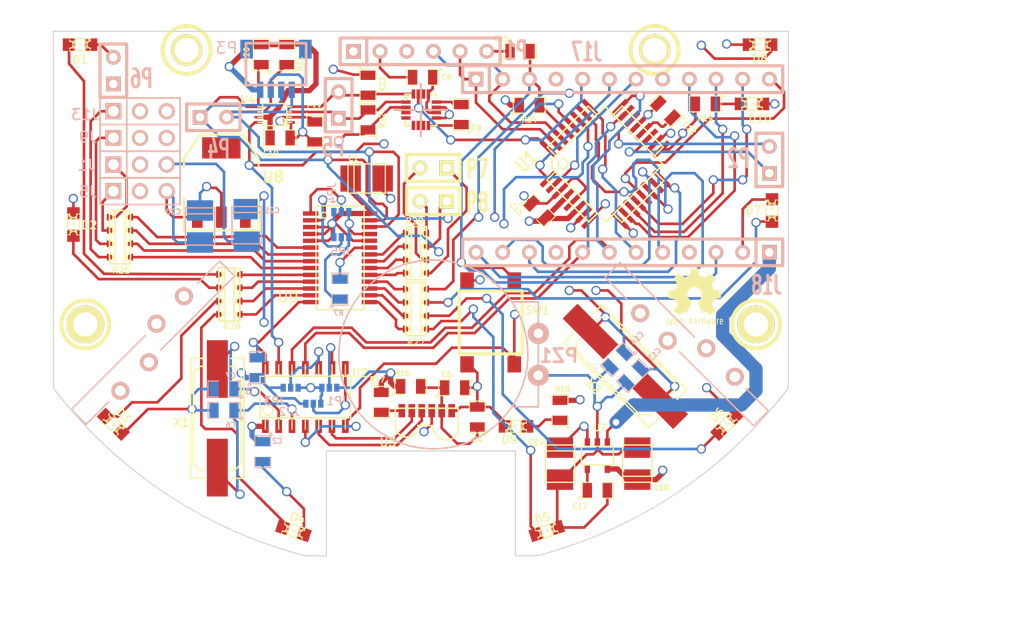
<source format=kicad_pcb>
(kicad_pcb (version 3) (host pcbnew "(2013-07-07 BZR 4022)-stable")
  (layers (15 F.Cu signal hide) (2 Inner1.Cu signal hide) (1 Inner2.Cu signal) (0 B.Cu signal hide) (18 B.Paste user hide) (19 F.Paste user hide) (20 B.SilkS user hide) (21 F.SilkS user hide) (22 B.Mask user hide) (23 F.Mask user hide) (28 Edge.Cuts user hide))
  (net 0 "")
  (net 1 +3.3V)
  (net 2 +5V)
  (net 3 /A0)
  (net 4 /A1)
  (net 5 /A2)
  (net 6 /A3)
  (net 7 /A6)
  (net 8 /A7)
  (net 9 /D10)
  (net 10 /D12)
  (net 11 /D3)
  (net 12 /D6)
  (net 13 /D7)
  (net 14 /D9)
  (net 15 /DTR)
  (net 16 /I2C_SCL_3V3)
  (net 17 /I2C_SCL_5V)
  (net 18 /I2C_SDA_3V3)
  (net 19 /I2C_SDA_5V)
  (net 20 /INT)
  (net 21 /LED_Data)
  (net 22 /LED_RegClk)
  (net 23 /LED_SerClk)
  (net 24 /MOTOR1_PWM)
  (net 25 /MOTOR2_PWM)
  (net 26 /MOTOR3_PWM)
  (net 27 /MOTOR4_PWM)
  (net 28 /PIEZO)
  (net 29 /PWMSPARE1)
  (net 30 /PWMSPARE2)
  (net 31 /PWMSPARE3)
  (net 32 /PWMSPARE4)
  (net 33 /PWMSPARE5)
  (net 34 /PWMSPARE6)
  (net 35 /PWMSPARE7)
  (net 36 /PWMSPARE8)
  (net 37 /RA0)
  (net 38 /RA1)
  (net 39 /RESET)
  (net 40 /RXI)
  (net 41 /SERVO1_PWM)
  (net 42 /SERVO2_PWM)
  (net 43 /SERVO3_PWM)
  (net 44 /SERVO4_PWM)
  (net 45 /TXO)
  (net 46 ENABLE)
  (net 47 GND)
  (net 48 N-000001)
  (net 49 N-0000010)
  (net 50 N-000002)
  (net 51 N-000003)
  (net 52 N-0000031)
  (net 53 N-0000032)
  (net 54 N-0000033)
  (net 55 N-0000034)
  (net 56 N-0000035)
  (net 57 N-0000036)
  (net 58 N-0000037)
  (net 59 N-0000038)
  (net 60 N-0000039)
  (net 61 N-000004)
  (net 62 N-0000040)
  (net 63 N-0000041)
  (net 64 N-0000042)
  (net 65 N-0000043)
  (net 66 N-0000044)
  (net 67 N-000005)
  (net 68 N-0000051)
  (net 69 N-0000052)
  (net 70 N-0000053)
  (net 71 N-0000054)
  (net 72 N-0000055)
  (net 73 N-0000056)
  (net 74 N-0000057)
  (net 75 N-0000058)
  (net 76 N-0000059)
  (net 77 N-000006)
  (net 78 N-0000061)
  (net 79 N-0000062)
  (net 80 N-000007)
  (net 81 N-000008)
  (net 82 N-000009)
  (net 83 VCC)
  (module vishay_TFBS4711 (layer F.Cu) (at 225.56 151.83)
    (fp_text reference U3 (at -3.691 2.348) (layer F.SilkS) (effects (font (size 0.8 0.8))))
    (fp_text value TFBS4711 hide)
    (pad 1 smd rect (at -2.375 -0.665) (size 0.64 1.27) (layers F.Cu F.Paste F.Mask) (net 53 N-0000032))
    (pad 3 smd rect (at -0.475 -0.665) (size 0.64 1.27) (layers F.Cu F.Paste F.Mask) (net 67 N-000005))
    (pad 4 smd rect (at 0.475 -0.665) (size 0.64 1.27) (layers F.Cu F.Paste F.Mask) (net 47 GND))
    (pad 2 smd rect (at -1.425 -0.665) (size 0.64 1.27) (layers F.Cu F.Paste F.Mask) (net 77 N-000006))
    (pad 5 smd rect (at 1.425 -0.665) (size 0.64 1.27) (layers F.Cu F.Paste F.Mask) (net 80 N-000007))
    (pad 6 smd rect (at 2.375 -0.665) (size 0.64 1.27) (layers F.Cu F.Paste F.Mask) (net 47 GND))
  )
  (module TQFP32 (layer F.Cu) (at 242.57 127.635 45)
    (fp_text reference U1 (at -5.118746 -5.477956 45) (layer F.SilkS) (effects (font (size 1.27 1.016) (thickness 0.2032))))
    (fp_text value ATMEGA328P-AU hide)
    (pad 8 smd rect (at -4.81584 2.77622 45) (size 1.99898 0.44958) (layers F.Cu F.Paste F.Mask) (net 50 N-000002))
    (pad 7 smd rect (at -4.81584 1.97612 45) (size 1.99898 0.44958) (layers F.Cu F.Paste F.Mask) (net 48 N-000001))
    (pad 6 smd rect (at -4.81584 1.17602 45) (size 1.99898 0.44958) (layers F.Cu F.Paste F.Mask) (net 2 +5V))
    (pad 5 smd rect (at -4.81584 0.37592 45) (size 1.99898 0.44958) (layers F.Cu F.Paste F.Mask) (net 47 GND))
    (pad 4 smd rect (at -4.81584 -0.42418 45) (size 1.99898 0.44958) (layers F.Cu F.Paste F.Mask) (net 2 +5V))
    (pad 3 smd rect (at -4.81584 -1.22428 45) (size 1.99898 0.44958) (layers F.Cu F.Paste F.Mask) (net 47 GND))
    (pad 2 smd rect (at -4.81584 -2.02438 45) (size 1.99898 0.44958) (layers F.Cu F.Paste F.Mask) (net 28 /PIEZO))
    (pad 1 smd rect (at -4.81584 -2.82448 45) (size 1.99898 0.44958) (layers F.Cu F.Paste F.Mask) (net 11 /D3))
    (pad 24 smd rect (at 4.7498 -2.8194 45) (size 1.99898 0.44958) (layers F.Cu F.Paste F.Mask) (net 4 /A1))
    (pad 17 smd rect (at 4.7498 2.794 45) (size 1.99898 0.44958) (layers F.Cu F.Paste F.Mask) (net 23 /LED_SerClk))
    (pad 18 smd rect (at 4.7498 1.9812 45) (size 1.99898 0.44958) (layers F.Cu F.Paste F.Mask) (net 2 +5V))
    (pad 19 smd rect (at 4.7498 1.1684 45) (size 1.99898 0.44958) (layers F.Cu F.Paste F.Mask) (net 7 /A6))
    (pad 20 smd rect (at 4.7498 0.381 45) (size 1.99898 0.44958) (layers F.Cu F.Paste F.Mask) (net 61 N-000004))
    (pad 21 smd rect (at 4.7498 -0.4318 45) (size 1.99898 0.44958) (layers F.Cu F.Paste F.Mask) (net 47 GND))
    (pad 22 smd rect (at 4.7498 -1.2192 45) (size 1.99898 0.44958) (layers F.Cu F.Paste F.Mask) (net 8 /A7))
    (pad 23 smd rect (at 4.7498 -2.032 45) (size 1.99898 0.44958) (layers F.Cu F.Paste F.Mask) (net 3 /A0))
    (pad 32 smd rect (at -2.82448 -4.826 45) (size 0.44958 1.99898) (layers F.Cu F.Paste F.Mask) (net 20 /INT))
    (pad 31 smd rect (at -2.02692 -4.826 45) (size 0.44958 1.99898) (layers F.Cu F.Paste F.Mask) (net 45 /TXO))
    (pad 30 smd rect (at -1.22428 -4.826 45) (size 0.44958 1.99898) (layers F.Cu F.Paste F.Mask) (net 40 /RXI))
    (pad 29 smd rect (at -0.42672 -4.826 45) (size 0.44958 1.99898) (layers F.Cu F.Paste F.Mask) (net 39 /RESET))
    (pad 28 smd rect (at 0.37592 -4.826 45) (size 0.44958 1.99898) (layers F.Cu F.Paste F.Mask) (net 17 /I2C_SCL_5V))
    (pad 27 smd rect (at 1.17348 -4.826 45) (size 0.44958 1.99898) (layers F.Cu F.Paste F.Mask) (net 19 /I2C_SDA_5V))
    (pad 26 smd rect (at 1.97612 -4.826 45) (size 0.44958 1.99898) (layers F.Cu F.Paste F.Mask) (net 6 /A3))
    (pad 25 smd rect (at 2.77368 -4.826 45) (size 0.44958 1.99898) (layers F.Cu F.Paste F.Mask) (net 5 /A2))
    (pad 9 smd rect (at -2.8194 4.7752 45) (size 0.44958 1.99898) (layers F.Cu F.Paste F.Mask) (net 46 ENABLE))
    (pad 10 smd rect (at -2.032 4.7752 45) (size 0.44958 1.99898) (layers F.Cu F.Paste F.Mask) (net 12 /D6))
    (pad 11 smd rect (at -1.2192 4.7752 45) (size 0.44958 1.99898) (layers F.Cu F.Paste F.Mask) (net 13 /D7))
    (pad 12 smd rect (at -0.4318 4.7752 45) (size 0.44958 1.99898) (layers F.Cu F.Paste F.Mask) (net 22 /LED_RegClk))
    (pad 13 smd rect (at 0.3556 4.7752 45) (size 0.44958 1.99898) (layers F.Cu F.Paste F.Mask) (net 14 /D9))
    (pad 14 smd rect (at 1.1684 4.7752 45) (size 0.44958 1.99898) (layers F.Cu F.Paste F.Mask) (net 9 /D10))
    (pad 15 smd rect (at 1.9812 4.7752 45) (size 0.44958 1.99898) (layers F.Cu F.Paste F.Mask) (net 21 /LED_Data))
    (pad 16 smd rect (at 2.794 4.7752 45) (size 0.44958 1.99898) (layers F.Cu F.Paste F.Mask) (net 10 /D12))
  )
  (module SW_PUSH_SMD (layer F.Cu) (at 231.648 142.748 270)
    (fp_text reference SW1 (at -1.143 -4.445 360) (layer F.SilkS) (effects (font (size 0.762 0.762) (thickness 0.127))))
    (fp_text value SW_PUSH_SMALL hide)
    (pad 1 smd rect (at -3.99796 -2.2479 270) (size 1.5494 1.2954) (layers F.Cu F.Paste F.Mask) (net 39 /RESET))
    (pad 1 smd rect (at 3.99796 -2.2479 270) (size 1.5494 1.2954) (layers F.Cu F.Paste F.Mask) (net 39 /RESET))
    (pad 2 smd rect (at 3.99796 2.2479 270) (size 1.5494 1.2954) (layers F.Cu F.Paste F.Mask) (net 47 GND))
    (pad 2 smd rect (at -3.99796 2.2479 270) (size 1.5494 1.2954) (layers F.Cu F.Paste F.Mask) (net 47 GND))
  )
  (module SOT23-5 (layer F.Cu) (at 241.808 155.448 180)
    (fp_text reference U7 (at -0.254 2.667 180) (layer F.SilkS) (effects (font (size 0.635 0.635) (thickness 0.127))))
    (fp_text value MIC5205 hide)
    (pad 1 smd rect (at -0.9525 1.27 180) (size 0.508 0.762) (layers F.Cu F.Paste F.Mask) (net 83 VCC))
    (pad 3 smd rect (at 0.9525 1.27 180) (size 0.508 0.762) (layers F.Cu F.Paste F.Mask) (net 83 VCC))
    (pad 5 smd rect (at -0.9525 -1.27 180) (size 0.508 0.762) (layers F.Cu F.Paste F.Mask) (net 2 +5V))
    (pad 2 smd rect (at 0 1.27 180) (size 0.508 0.762) (layers F.Cu F.Paste F.Mask) (net 47 GND))
    (pad 4 smd rect (at 0.9525 -1.27 180) (size 0.508 0.762) (layers F.Cu F.Paste F.Mask) (net 68 N-0000051))
  )
  (module SOT223 (layer F.Cu) (at 205.994 129.413)
    (fp_text reference U8 (at 4.953 -0.508) (layer F.SilkS) (effects (font (size 1.016 1.016) (thickness 0.2032))))
    (fp_text value AMS1117 hide)
    (pad 4 smd rect (at 0 -3.302) (size 3.6576 2.032) (layers F.Cu F.Paste F.Mask))
    (pad 2 smd rect (at 0 3.302) (size 1.016 2.032) (layers F.Cu F.Paste F.Mask) (net 1 +3.3V))
    (pad 3 smd rect (at 2.286 3.302) (size 1.016 2.032) (layers F.Cu F.Paste F.Mask) (net 83 VCC))
    (pad 1 smd rect (at -2.286 3.302) (size 1.016 2.032) (layers F.Cu F.Paste F.Mask) (net 47 GND))
  )
  (module so-14 (layer F.Cu) (at 213.995 149.86)
    (fp_text reference U2 (at 5.207 -2.286) (layer F.SilkS) (effects (font (size 0.7493 0.7493) (thickness 0.14986))))
    (fp_text value MCP2120-SL hide)
    (pad 1 smd rect (at -3.81 2.794) (size 0.635 1.27) (layers F.Cu F.Paste F.Mask) (net 2 +5V))
    (pad 2 smd rect (at -2.54 2.794) (size 0.635 1.27) (layers F.Cu F.Paste F.Mask) (net 78 N-0000061))
    (pad 3 smd rect (at -1.27 2.794) (size 0.635 1.27) (layers F.Cu F.Paste F.Mask) (net 79 N-0000062))
    (pad 4 smd rect (at 0 2.794) (size 0.635 1.27) (layers F.Cu F.Paste F.Mask) (net 39 /RESET))
    (pad 5 smd rect (at 1.27 2.794) (size 0.635 1.27) (layers F.Cu F.Paste F.Mask) (net 67 N-000005))
    (pad 6 smd rect (at 2.54 2.794) (size 0.635 1.27) (layers F.Cu F.Paste F.Mask) (net 77 N-000006))
    (pad 7 smd rect (at 3.81 2.794) (size 0.635 1.27) (layers F.Cu F.Paste F.Mask) (net 39 /RESET))
    (pad 8 smd rect (at 3.81 -2.794) (size 0.635 1.27) (layers F.Cu F.Paste F.Mask) (net 81 N-000008))
    (pad 9 smd rect (at 2.54 -2.794) (size 0.635 1.27) (layers F.Cu F.Paste F.Mask) (net 82 N-000009))
    (pad 10 smd rect (at 1.27 -2.794) (size 0.635 1.27) (layers F.Cu F.Paste F.Mask) (net 49 N-0000010))
    (pad 11 smd rect (at 0 -2.794) (size 0.635 1.27) (layers F.Cu F.Paste F.Mask) (net 3 /A0))
    (pad 12 smd rect (at -1.27 -2.794) (size 0.635 1.27) (layers F.Cu F.Paste F.Mask) (net 4 /A1))
    (pad 13 smd rect (at -2.54 -2.794) (size 0.635 1.27) (layers F.Cu F.Paste F.Mask) (net 46 ENABLE))
    (pad 14 smd rect (at -3.81 -2.794) (size 0.635 1.27) (layers F.Cu F.Paste F.Mask) (net 47 GND))
  )
  (module SM0805 (layer F.Cu) (at 234.45 116.905)
    (fp_text reference C15 (at -1.786 -1.208) (layer F.SilkS) (effects (font (size 0.50038 0.50038) (thickness 0.10922))))
    (fp_text value 0.1uf hide)
    (pad 1 smd rect (at -0.9525 0) (size 0.889 1.397) (layers F.Cu F.Paste F.Mask) (net 15 /DTR))
    (pad 2 smd rect (at 0.9525 0) (size 0.889 1.397) (layers F.Cu F.Paste F.Mask) (net 39 /RESET))
  )
  (module SM0805 (layer F.Cu) (at 248.285 122.555 135)
    (fp_text reference C12 (at -2.783879 0.449013 135) (layer F.SilkS) (effects (font (size 0.50038 0.50038) (thickness 0.10922))))
    (fp_text value 0.1uf hide)
    (pad 1 smd rect (at -0.9525 0 135) (size 0.889 1.397) (layers F.Cu F.Paste F.Mask) (net 61 N-000004))
    (pad 2 smd rect (at 0.9525 0 135) (size 0.889 1.397) (layers F.Cu F.Paste F.Mask) (net 47 GND))
  )
  (module SM0805 (layer F.Cu) (at 235.331 122.047)
    (fp_text reference R24 (at 0 1.397) (layer F.SilkS) (effects (font (size 0.50038 0.50038) (thickness 0.10922))))
    (fp_text value 10K hide)
    (pad 1 smd rect (at -0.9525 0) (size 0.889 1.397) (layers F.Cu F.Paste F.Mask) (net 2 +5V))
    (pad 2 smd rect (at 0.9525 0) (size 0.889 1.397) (layers F.Cu F.Paste F.Mask) (net 39 /RESET))
  )
  (module SM0805 (layer F.Cu) (at 252.095 121.92 180)
    (fp_text reference R19 (at 0 -1.397 180) (layer F.SilkS) (effects (font (size 0.50038 0.50038) (thickness 0.10922))))
    (fp_text value 1K hide)
    (pad 1 smd rect (at -0.9525 0 180) (size 0.889 1.397) (layers F.Cu F.Paste F.Mask) (net 70 N-0000053))
    (pad 2 smd rect (at 0.9525 0 180) (size 0.889 1.397) (layers F.Cu F.Paste F.Mask) (net 23 /LED_SerClk))
  )
  (module SM0805 (layer F.Cu) (at 219.964 123.444 90)
    (fp_text reference R22 (at -0.062 1.389 90) (layer F.SilkS) (effects (font (size 0.50038 0.50038) (thickness 0.10922))))
    (fp_text value 10K hide)
    (pad 1 smd rect (at -0.9525 0 90) (size 0.889 1.397) (layers F.Cu F.Paste F.Mask) (net 1 +3.3V))
    (pad 2 smd rect (at 0.9525 0 90) (size 0.889 1.397) (layers F.Cu F.Paste F.Mask) (net 16 /I2C_SCL_3V3))
  )
  (module SM0805 (layer F.Cu) (at 219.964 120.142 270)
    (fp_text reference R23 (at -0.065 -1.389 270) (layer F.SilkS) (effects (font (size 0.50038 0.50038) (thickness 0.10922))))
    (fp_text value 10K hide)
    (pad 1 smd rect (at -0.9525 0 270) (size 0.889 1.397) (layers F.Cu F.Paste F.Mask) (net 1 +3.3V))
    (pad 2 smd rect (at 0.9525 0 270) (size 0.889 1.397) (layers F.Cu F.Paste F.Mask) (net 18 /I2C_SDA_3V3))
  )
  (module SM0805 (layer F.Cu) (at 209.804 117.221 90)
    (fp_text reference R20 (at 0 -1.397 90) (layer F.SilkS) (effects (font (size 0.50038 0.50038) (thickness 0.10922))))
    (fp_text value 10K hide)
    (pad 1 smd rect (at -0.9525 0 90) (size 0.889 1.397) (layers F.Cu F.Paste F.Mask) (net 19 /I2C_SDA_5V))
    (pad 2 smd rect (at 0.9525 0 90) (size 0.889 1.397) (layers F.Cu F.Paste F.Mask) (net 2 +5V))
  )
  (module SM0805 (layer F.Cu) (at 212.217 117.221 90)
    (fp_text reference R21 (at -0.889 1.27 90) (layer F.SilkS) (effects (font (size 0.50038 0.50038) (thickness 0.10922))))
    (fp_text value 10K hide)
    (pad 1 smd rect (at -0.9525 0 90) (size 0.889 1.397) (layers F.Cu F.Paste F.Mask) (net 17 /I2C_SCL_5V))
    (pad 2 smd rect (at 0.9525 0 90) (size 0.889 1.397) (layers F.Cu F.Paste F.Mask) (net 2 +5V))
  )
  (module SM0805 (layer F.Cu) (at 214.884 124.587 270)
    (fp_text reference C11 (at -2.286 0 360) (layer F.SilkS) (effects (font (size 0.50038 0.50038) (thickness 0.10922))))
    (fp_text value 0.1uf hide)
    (pad 1 smd rect (at -0.9525 0 270) (size 0.889 1.397) (layers F.Cu F.Paste F.Mask) (net 1 +3.3V))
    (pad 2 smd rect (at 0.9525 0 270) (size 0.889 1.397) (layers F.Cu F.Paste F.Mask) (net 47 GND))
  )
  (module SM0805 (layer F.Cu) (at 211.59 125.16)
    (fp_text reference C10 (at -0.897 1.459) (layer F.SilkS) (effects (font (size 0.50038 0.50038) (thickness 0.10922))))
    (fp_text value 0.1uf hide)
    (pad 1 smd rect (at -0.9525 0) (size 0.889 1.397) (layers F.Cu F.Paste F.Mask) (net 2 +5V))
    (pad 2 smd rect (at 0.9525 0) (size 0.889 1.397) (layers F.Cu F.Paste F.Mask) (net 47 GND))
  )
  (module SM0805 (layer B.Cu) (at 206.248 149.098 180)
    (fp_text reference C7 (at -0.635 1.27 180) (layer B.SilkS) (effects (font (size 0.50038 0.50038) (thickness 0.10922)) (justify mirror)))
    (fp_text value 22pf hide)
    (pad 1 smd rect (at -0.9525 0 180) (size 0.889 1.397) (layers B.Cu B.Paste B.Mask) (net 78 N-0000061))
    (pad 2 smd rect (at 0.9525 0 180) (size 0.889 1.397) (layers B.Cu B.Paste B.Mask) (net 47 GND))
  )
  (module SM0805 (layer F.Cu) (at 225.171 119.38 180)
    (fp_text reference C8 (at -2.286 0 180) (layer F.SilkS) (effects (font (size 0.50038 0.50038) (thickness 0.10922))))
    (fp_text value 4.7uf hide)
    (pad 1 smd rect (at -0.9525 0 180) (size 0.889 1.397) (layers F.Cu F.Paste F.Mask) (net 69 N-0000052))
    (pad 2 smd rect (at 0.9525 0 180) (size 0.889 1.397) (layers F.Cu F.Paste F.Mask) (net 47 GND))
  )
  (module SM0805 (layer F.Cu) (at 241.808 158.75)
    (fp_text reference C17 (at -1.651 1.524) (layer F.SilkS) (effects (font (size 0.50038 0.50038) (thickness 0.10922))))
    (fp_text value 0.1uf hide)
    (pad 1 smd rect (at -0.9525 0) (size 0.889 1.397) (layers F.Cu F.Paste F.Mask) (net 68 N-0000051))
    (pad 2 smd rect (at 0.9525 0) (size 0.889 1.397) (layers F.Cu F.Paste F.Mask) (net 47 GND))
  )
  (module SM0805 (layer F.Cu) (at 228.854 122.936 90)
    (fp_text reference C9 (at -1.27 1.397 180) (layer F.SilkS) (effects (font (size 0.50038 0.50038) (thickness 0.10922))))
    (fp_text value 0.22uf hide)
    (pad 1 smd rect (at -0.9525 0 90) (size 0.889 1.397) (layers F.Cu F.Paste F.Mask) (net 71 N-0000054))
    (pad 2 smd rect (at 0.9525 0 90) (size 0.889 1.397) (layers F.Cu F.Paste F.Mask) (net 72 N-0000055))
  )
  (module SM0805 (layer F.Cu) (at 236.22 132.08 315)
    (fp_text reference C16 (at -1.616446 1.436841 315) (layer F.SilkS) (effects (font (size 0.50038 0.50038) (thickness 0.10922))))
    (fp_text value 0.1uf hide)
    (pad 1 smd rect (at -0.9525 0 315) (size 0.889 1.397) (layers F.Cu F.Paste F.Mask) (net 47 GND))
    (pad 2 smd rect (at 0.9525 0 315) (size 0.889 1.397) (layers F.Cu F.Paste F.Mask) (net 2 +5V))
  )
  (module SM0805 (layer F.Cu) (at 238.252 151.13 90)
    (fp_text reference R18 (at 2.032 0.254 180) (layer F.SilkS) (effects (font (size 0.50038 0.50038) (thickness 0.10922))))
    (fp_text value 1K hide)
    (pad 1 smd rect (at -0.9525 0 90) (size 0.889 1.397) (layers F.Cu F.Paste F.Mask) (net 52 N-0000031))
    (pad 2 smd rect (at 0.9525 0 90) (size 0.889 1.397) (layers F.Cu F.Paste F.Mask) (net 2 +5V))
  )
  (module SM0805 (layer B.Cu) (at 217.297 139.573 90)
    (fp_text reference R7 (at -2.286 -0.127 180) (layer B.SilkS) (effects (font (size 0.50038 0.50038) (thickness 0.10922)) (justify mirror)))
    (fp_text value 10K hide)
    (pad 1 smd rect (at -0.9525 0 90) (size 0.889 1.397) (layers B.Cu B.Paste B.Mask) (net 47 GND))
    (pad 2 smd rect (at 0.9525 0 90) (size 0.889 1.397) (layers B.Cu B.Paste B.Mask) (net 51 N-000003))
  )
  (module SM0805 (layer B.Cu) (at 209.931 155.067 270)
    (fp_text reference C2 (at -1.016 -1.397 360) (layer B.SilkS) (effects (font (size 0.50038 0.50038) (thickness 0.10922)) (justify mirror)))
    (fp_text value 4.7uf hide)
    (pad 1 smd rect (at -0.9525 0 270) (size 0.889 1.397) (layers B.Cu B.Paste B.Mask) (net 2 +5V))
    (pad 2 smd rect (at 0.9525 0 270) (size 0.889 1.397) (layers B.Cu B.Paste B.Mask) (net 47 GND))
  )
  (module SM0805 (layer B.Cu) (at 209.423 147.066 90)
    (fp_text reference C3 (at -2.286 -0.635 180) (layer B.SilkS) (effects (font (size 0.50038 0.50038) (thickness 0.10922)) (justify mirror)))
    (fp_text value 0.1uf hide)
    (pad 1 smd rect (at -0.9525 0 90) (size 0.889 1.397) (layers B.Cu B.Paste B.Mask) (net 2 +5V))
    (pad 2 smd rect (at 0.9525 0 90) (size 0.889 1.397) (layers B.Cu B.Paste B.Mask) (net 47 GND))
  )
  (module SM0805 (layer B.Cu) (at 243.713 146.304 225)
    (fp_text reference C14 (at -2.783879 0.089803 225) (layer B.SilkS) (effects (font (size 0.50038 0.50038) (thickness 0.10922)) (justify mirror)))
    (fp_text value 22pf hide)
    (pad 1 smd rect (at -0.9525 0 225) (size 0.889 1.397) (layers B.Cu B.Paste B.Mask) (net 48 N-000001))
    (pad 2 smd rect (at 0.9525 0 225) (size 0.889 1.397) (layers B.Cu B.Paste B.Mask) (net 47 GND))
  )
  (module SM0805 (layer B.Cu) (at 245.237 147.828 225)
    (fp_text reference C13 (at -2.873682 0 225) (layer B.SilkS) (effects (font (size 0.50038 0.50038) (thickness 0.10922)) (justify mirror)))
    (fp_text value 22pf hide)
    (pad 1 smd rect (at -0.9525 0 225) (size 0.889 1.397) (layers B.Cu B.Paste B.Mask) (net 50 N-000002))
    (pad 2 smd rect (at 0.9525 0 225) (size 0.889 1.397) (layers B.Cu B.Paste B.Mask) (net 47 GND))
  )
  (module SM0805 (layer F.Cu) (at 221.234 150.368 270)
    (fp_text reference R17 (at -2.159 0.381 360) (layer F.SilkS) (effects (font (size 0.50038 0.50038) (thickness 0.10922))))
    (fp_text value "0 Ohm" hide)
    (pad 1 smd rect (at -0.9525 0 270) (size 0.889 1.397) (layers F.Cu F.Paste F.Mask) (net 2 +5V))
    (pad 2 smd rect (at 0.9525 0 270) (size 0.889 1.397) (layers F.Cu F.Paste F.Mask) (net 53 N-0000032))
  )
  (module SM0805 (layer F.Cu) (at 228.219 148.971)
    (fp_text reference C5 (at -0.762 -1.27) (layer F.SilkS) (effects (font (size 0.50038 0.50038) (thickness 0.10922))))
    (fp_text value 0.1uf hide)
    (pad 1 smd rect (at -0.9525 0) (size 0.889 1.397) (layers F.Cu F.Paste F.Mask) (net 80 N-000007))
    (pad 2 smd rect (at 0.9525 0) (size 0.889 1.397) (layers F.Cu F.Paste F.Mask) (net 47 GND))
  )
  (module SM0805 (layer F.Cu) (at 230.378 151.765 90)
    (fp_text reference C4 (at -2.159 0 180) (layer F.SilkS) (effects (font (size 0.50038 0.50038) (thickness 0.10922))))
    (fp_text value 4.7uf hide)
    (pad 1 smd rect (at -0.9525 0 90) (size 0.889 1.397) (layers F.Cu F.Paste F.Mask) (net 80 N-000007))
    (pad 2 smd rect (at 0.9525 0 90) (size 0.889 1.397) (layers F.Cu F.Paste F.Mask) (net 47 GND))
  )
  (module SM0805 (layer B.Cu) (at 206.248 151.13 180)
    (fp_text reference C6 (at -0.635 -1.397 180) (layer B.SilkS) (effects (font (size 0.50038 0.50038) (thickness 0.10922)) (justify mirror)))
    (fp_text value 22pf hide)
    (pad 1 smd rect (at -0.9525 0 180) (size 0.889 1.397) (layers B.Cu B.Paste B.Mask) (net 79 N-0000062))
    (pad 2 smd rect (at 0.9525 0 180) (size 0.889 1.397) (layers B.Cu B.Paste B.Mask) (net 47 GND))
  )
  (module SM0805 (layer F.Cu) (at 224.028 148.844)
    (fp_text reference R16 (at -0.762 -1.27) (layer F.SilkS) (effects (font (size 0.50038 0.50038) (thickness 0.10922))))
    (fp_text value "47 Ohm" hide)
    (pad 1 smd rect (at -0.9525 0) (size 0.889 1.397) (layers F.Cu F.Paste F.Mask) (net 2 +5V))
    (pad 2 smd rect (at 0.9525 0) (size 0.889 1.397) (layers F.Cu F.Paste F.Mask) (net 80 N-000007))
  )
  (module SIL-6 (layer B.Cu) (at 224.925 116.905)
    (fp_text reference P1 (at 9.136 -0.065) (layer B.SilkS) (effects (font (size 1.72974 1.08712) (thickness 0.3048)) (justify mirror)))
    (fp_text value ".1\" Header" hide)
    (pad 1 thru_hole rect (at -6.35 0) (size 1.397 1.397) (drill 0.8128) (layers *.Cu *.Mask B.SilkS) (net 47 GND))
    (pad 2 thru_hole circle (at -3.81 0) (size 1.397 1.397) (drill 0.8128) (layers *.Cu *.Mask B.SilkS) (net 47 GND))
    (pad 3 thru_hole circle (at -1.27 0) (size 1.397 1.397) (drill 0.8128) (layers *.Cu *.Mask B.SilkS) (net 2 +5V))
    (pad 4 thru_hole circle (at 1.27 0) (size 1.397 1.397) (drill 0.8128) (layers *.Cu *.Mask B.SilkS) (net 40 /RXI))
    (pad 5 thru_hole circle (at 3.81 0) (size 1.397 1.397) (drill 0.8128) (layers *.Cu *.Mask B.SilkS) (net 45 /TXO))
    (pad 6 thru_hole circle (at 6.35 0) (size 1.397 1.397) (drill 0.8128) (layers *.Cu *.Mask B.SilkS) (net 15 /DTR))
  )
  (module SIL-2 (layer B.Cu) (at 258.191 127.254 90)
    (fp_text reference P2 (at 0.127 -2.921 360) (layer B.SilkS) (effects (font (size 1.72974 1.08712) (thickness 0.3048)) (justify mirror)))
    (fp_text value Header hide)
    (pad 1 thru_hole rect (at -1.27 0 90) (size 1.397 1.397) (drill 0.8128) (layers *.Cu *.Mask B.SilkS) (net 7 /A6))
    (pad 2 thru_hole circle (at 1.27 0 90) (size 1.397 1.397) (drill 0.8128) (layers *.Cu *.Mask B.SilkS) (net 8 /A7))
  )
  (module SIL-2 (layer B.Cu) (at 217.17 122.047 90)
    (fp_text reference P5 (at -3.999 -0.516 180) (layer B.SilkS) (effects (font (size 1.72974 1.08712) (thickness 0.3048)) (justify mirror)))
    (fp_text value Header hide)
    (pad 1 thru_hole rect (at -1.27 0 90) (size 1.397 1.397) (drill 0.8128) (layers *.Cu *.Mask B.SilkS) (net 16 /I2C_SCL_3V3))
    (pad 2 thru_hole circle (at 1.27 0 90) (size 1.397 1.397) (drill 0.8128) (layers *.Cu *.Mask B.SilkS) (net 18 /I2C_SDA_3V3))
  )
  (module SIL-2 (layer B.Cu) (at 205.232 123.19)
    (fp_text reference P4 (at 0.508 3.048) (layer B.SilkS) (effects (font (size 1.72974 1.08712) (thickness 0.3048)) (justify mirror)))
    (fp_text value Header hide)
    (pad 1 thru_hole rect (at -1.27 0) (size 1.397 1.397) (drill 0.8128) (layers *.Cu *.Mask B.SilkS) (net 19 /I2C_SDA_5V))
    (pad 2 thru_hole circle (at 1.27 0) (size 1.397 1.397) (drill 0.8128) (layers *.Cu *.Mask B.SilkS) (net 17 /I2C_SCL_5V))
  )
  (module SIL-2 (layer B.Cu) (at 195.707 118.745 90)
    (fp_text reference P6 (at -0.762 2.667 360) (layer B.SilkS) (effects (font (size 1.72974 1.08712) (thickness 0.3048)) (justify mirror)))
    (fp_text value Header hide)
    (pad 1 thru_hole rect (at -1.27 0 90) (size 1.397 1.397) (drill 0.8128) (layers *.Cu *.Mask B.SilkS) (net 83 VCC))
    (pad 2 thru_hole circle (at 1.27 0 90) (size 1.397 1.397) (drill 0.8128) (layers *.Cu *.Mask B.SilkS) (net 47 GND))
  )
  (module SIL-12 (layer B.Cu) (at 244.2225 119.5625)
    (fp_text reference J17 (at -3.4305 -2.5955) (layer B.SilkS) (effects (font (size 1.72974 1.08712) (thickness 0.3048)) (justify mirror)))
    (fp_text value Header hide)
    (pad 1 thru_hole rect (at -13.97 0) (size 1.397 1.397) (drill 0.8128) (layers *.Cu *.Mask B.SilkS) (net 45 /TXO))
    (pad 2 thru_hole circle (at -11.43 0) (size 1.397 1.397) (drill 0.8128) (layers *.Cu *.Mask B.SilkS) (net 40 /RXI))
    (pad 3 thru_hole circle (at -8.89 0) (size 1.397 1.397) (drill 0.8128) (layers *.Cu *.Mask B.SilkS) (net 39 /RESET))
    (pad 4 thru_hole circle (at -6.35 0) (size 1.397 1.397) (drill 0.8128) (layers *.Cu *.Mask B.SilkS) (net 47 GND))
    (pad 5 thru_hole circle (at -3.81 0) (size 1.397 1.397) (drill 0.8128) (layers *.Cu *.Mask B.SilkS) (net 20 /INT))
    (pad 6 thru_hole circle (at -1.27 0) (size 1.397 1.397) (drill 0.8128) (layers *.Cu *.Mask B.SilkS) (net 11 /D3))
    (pad 7 thru_hole circle (at 1.27 0) (size 1.397 1.397) (drill 0.8128) (layers *.Cu *.Mask B.SilkS) (net 28 /PIEZO))
    (pad 8 thru_hole circle (at 3.81 0) (size 1.397 1.397) (drill 0.8128) (layers *.Cu *.Mask B.SilkS) (net 46 ENABLE))
    (pad 9 thru_hole circle (at 6.35 0) (size 1.397 1.397) (drill 0.8128) (layers *.Cu *.Mask B.SilkS) (net 12 /D6))
    (pad 10 thru_hole circle (at 8.89 0) (size 1.397 1.397) (drill 0.8128) (layers *.Cu *.Mask B.SilkS) (net 13 /D7))
    (pad 11 thru_hole circle (at 11.43 0) (size 1.397 1.397) (drill 0.8128) (layers *.Cu *.Mask B.SilkS) (net 22 /LED_RegClk))
    (pad 12 thru_hole circle (at 13.97 0) (size 1.397 1.397) (drill 0.8128) (layers *.Cu *.Mask B.SilkS) (net 14 /D9))
  )
  (module SIL-12 (layer B.Cu) (at 244.2225 136.0725 180)
    (fp_text reference J18 (at -13.7145 -3.1195 180) (layer B.SilkS) (effects (font (size 1.72974 1.08712) (thickness 0.3048)) (justify mirror)))
    (fp_text value Header hide)
    (pad 1 thru_hole rect (at -13.97 0 180) (size 1.397 1.397) (drill 0.8128) (layers *.Cu *.Mask B.SilkS) (net 83 VCC))
    (pad 2 thru_hole circle (at -11.43 0 180) (size 1.397 1.397) (drill 0.8128) (layers *.Cu *.Mask B.SilkS) (net 47 GND))
    (pad 3 thru_hole circle (at -8.89 0 180) (size 1.397 1.397) (drill 0.8128) (layers *.Cu *.Mask B.SilkS) (net 39 /RESET))
    (pad 4 thru_hole circle (at -6.35 0 180) (size 1.397 1.397) (drill 0.8128) (layers *.Cu *.Mask B.SilkS) (net 2 +5V))
    (pad 5 thru_hole circle (at -3.81 0 180) (size 1.397 1.397) (drill 0.8128) (layers *.Cu *.Mask B.SilkS) (net 6 /A3))
    (pad 6 thru_hole circle (at -1.27 0 180) (size 1.397 1.397) (drill 0.8128) (layers *.Cu *.Mask B.SilkS) (net 5 /A2))
    (pad 7 thru_hole circle (at 1.27 0 180) (size 1.397 1.397) (drill 0.8128) (layers *.Cu *.Mask B.SilkS) (net 4 /A1))
    (pad 8 thru_hole circle (at 3.81 0 180) (size 1.397 1.397) (drill 0.8128) (layers *.Cu *.Mask B.SilkS) (net 3 /A0))
    (pad 9 thru_hole circle (at 6.35 0 180) (size 1.397 1.397) (drill 0.8128) (layers *.Cu *.Mask B.SilkS) (net 23 /LED_SerClk))
    (pad 10 thru_hole circle (at 8.89 0 180) (size 1.397 1.397) (drill 0.8128) (layers *.Cu *.Mask B.SilkS) (net 10 /D12))
    (pad 11 thru_hole circle (at 11.43 0 180) (size 1.397 1.397) (drill 0.8128) (layers *.Cu *.Mask B.SilkS) (net 21 /LED_Data))
    (pad 12 thru_hole circle (at 13.97 0 180) (size 1.397 1.397) (drill 0.8128) (layers *.Cu *.Mask B.SilkS) (net 9 /D10))
  )
  (module S_JUMPER_3 (layer B.Cu) (at 216.281 148.971)
    (fp_text reference JP1 (at 0.762 1.27) (layer B.SilkS) (effects (font (size 0.762 0.762) (thickness 0.127)) (justify mirror)))
    (fp_text value JUMPER3 hide)
    (pad 2 smd rect (at 0 0) (size 0.508 0.762) (layers B.Cu B.Paste B.Mask) (net 82 N-000009) (clearance 0.2032))
    (pad 1 smd rect (at -0.7112 0) (size 0.508 0.762) (layers B.Cu B.Paste B.Mask) (net 47 GND) (clearance 0.2032))
    (pad 3 smd rect (at 0.7112 0) (size 0.508 0.762) (layers B.Cu B.Paste B.Mask) (net 2 +5V) (clearance 0.2032))
  )
  (module S_JUMPER_3 (layer B.Cu) (at 212.598 148.971 180)
    (fp_text reference JP3 (at 1.524 -1.27 180) (layer B.SilkS) (effects (font (size 0.762 0.762) (thickness 0.127)) (justify mirror)))
    (fp_text value JUMPER3 hide)
    (pad 2 smd rect (at 0 0 180) (size 0.508 0.762) (layers B.Cu B.Paste B.Mask) (net 49 N-0000010) (clearance 0.2032))
    (pad 1 smd rect (at -0.7112 0 180) (size 0.508 0.762) (layers B.Cu B.Paste B.Mask) (net 47 GND) (clearance 0.2032))
    (pad 3 smd rect (at 0.7112 0 180) (size 0.508 0.762) (layers B.Cu B.Paste B.Mask) (net 2 +5V) (clearance 0.2032))
  )
  (module S_JUMPER_3 (layer B.Cu) (at 214.757 150.495 180)
    (fp_text reference JP2 (at 2.286 -0.762 180) (layer B.SilkS) (effects (font (size 0.762 0.762) (thickness 0.127)) (justify mirror)))
    (fp_text value JUMPER3 hide)
    (pad 2 smd rect (at 0 0 180) (size 0.508 0.762) (layers B.Cu B.Paste B.Mask) (net 81 N-000008) (clearance 0.2032))
    (pad 1 smd rect (at -0.7112 0 180) (size 0.508 0.762) (layers B.Cu B.Paste B.Mask) (net 47 GND) (clearance 0.2032))
    (pad 3 smd rect (at 0.7112 0 180) (size 0.508 0.762) (layers B.Cu B.Paste B.Mask) (net 2 +5V) (clearance 0.2032))
  )
  (module r_CN2A4 (layer F.Cu) (at 196.342 134.62)
    (fp_text reference R25 (at 0.127 3.175) (layer F.SilkS) (effects (font (size 0.60066 0.60066) (thickness 0.100165))))
    (fp_text value "220 Ohm" hide)
    (pad 5 smd rect (at 1 0.635) (size 0.5 0.65) (layers F.Cu F.Paste F.Mask) (net 42 /SERVO2_PWM))
    (pad 6 smd rect (at -1 0.635) (size 0.5 0.65) (layers F.Cu F.Paste F.Mask) (net 74 N-0000057))
    (pad 3 smd rect (at 1 -0.635) (size 0.5 0.65) (layers F.Cu F.Paste F.Mask) (net 24 /MOTOR1_PWM))
    (pad 4 smd rect (at -1 -0.635) (size 0.5 0.65) (layers F.Cu F.Paste F.Mask) (net 73 N-0000056))
    (pad 7 smd rect (at 1 1.905) (size 0.5 0.65) (layers F.Cu F.Paste F.Mask) (net 25 /MOTOR2_PWM))
    (pad 1 smd rect (at 1 -1.905) (size 0.5 0.65) (layers F.Cu F.Paste F.Mask) (net 41 /SERVO1_PWM))
    (pad 2 smd rect (at -1 -1.905) (size 0.5 0.65) (layers F.Cu F.Paste F.Mask) (net 76 N-0000059))
    (pad 8 smd rect (at -1 1.905) (size 0.5 0.65) (layers F.Cu F.Paste F.Mask) (net 75 N-0000058))
  )
  (module r_CN2A4 (layer F.Cu) (at 224.536 136.144 180)
    (fp_text reference R28 (at 0.127 3.048 180) (layer F.SilkS) (effects (font (size 0.60066 0.60066) (thickness 0.100165))))
    (fp_text value "220 Ohm" hide)
    (pad 5 smd rect (at 1 0.635 180) (size 0.5 0.65) (layers F.Cu F.Paste F.Mask) (net 44 /SERVO4_PWM))
    (pad 6 smd rect (at -1 0.635 180) (size 0.5 0.65) (layers F.Cu F.Paste F.Mask) (net 63 N-0000041))
    (pad 3 smd rect (at 1 -0.635 180) (size 0.5 0.65) (layers F.Cu F.Paste F.Mask) (net 26 /MOTOR3_PWM))
    (pad 4 smd rect (at -1 -0.635 180) (size 0.5 0.65) (layers F.Cu F.Paste F.Mask) (net 65 N-0000043))
    (pad 7 smd rect (at 1 1.905 180) (size 0.5 0.65) (layers F.Cu F.Paste F.Mask) (net 27 /MOTOR4_PWM))
    (pad 1 smd rect (at 1 -1.905 180) (size 0.5 0.65) (layers F.Cu F.Paste F.Mask) (net 43 /SERVO3_PWM))
    (pad 2 smd rect (at -1 -1.905 180) (size 0.5 0.65) (layers F.Cu F.Paste F.Mask) (net 64 N-0000042))
    (pad 8 smd rect (at -1 1.905 180) (size 0.5 0.65) (layers F.Cu F.Paste F.Mask) (net 66 N-0000044))
  )
  (module r_CN2A4 (layer F.Cu) (at 206.756 140.081)
    (fp_text reference R26 (at 0.254 3.048) (layer F.SilkS) (effects (font (size 0.60066 0.60066) (thickness 0.100165))))
    (fp_text value "330 Ohm" hide)
    (pad 5 smd rect (at 1 0.635) (size 0.5 0.65) (layers F.Cu F.Paste F.Mask) (net 31 /PWMSPARE3))
    (pad 6 smd rect (at -1 0.635) (size 0.5 0.65) (layers F.Cu F.Paste F.Mask) (net 56 N-0000035))
    (pad 3 smd rect (at 1 -0.635) (size 0.5 0.65) (layers F.Cu F.Paste F.Mask) (net 30 /PWMSPARE2))
    (pad 4 smd rect (at -1 -0.635) (size 0.5 0.65) (layers F.Cu F.Paste F.Mask) (net 55 N-0000034))
    (pad 7 smd rect (at 1 1.905) (size 0.5 0.65) (layers F.Cu F.Paste F.Mask) (net 32 /PWMSPARE4))
    (pad 1 smd rect (at 1 -1.905) (size 0.5 0.65) (layers F.Cu F.Paste F.Mask) (net 29 /PWMSPARE1))
    (pad 2 smd rect (at -1 -1.905) (size 0.5 0.65) (layers F.Cu F.Paste F.Mask) (net 54 N-0000033))
    (pad 8 smd rect (at -1 1.905) (size 0.5 0.65) (layers F.Cu F.Paste F.Mask) (net 57 N-0000036))
  )
  (module r_CN2A4 (layer F.Cu) (at 224.536 141.478 180)
    (fp_text reference R27 (at 0 -3.175 180) (layer F.SilkS) (effects (font (size 0.60066 0.60066) (thickness 0.100165))))
    (fp_text value "330 Ohm" hide)
    (pad 5 smd rect (at 1 0.635 180) (size 0.5 0.65) (layers F.Cu F.Paste F.Mask) (net 35 /PWMSPARE7))
    (pad 6 smd rect (at -1 0.635 180) (size 0.5 0.65) (layers F.Cu F.Paste F.Mask) (net 60 N-0000039))
    (pad 3 smd rect (at 1 -0.635 180) (size 0.5 0.65) (layers F.Cu F.Paste F.Mask) (net 34 /PWMSPARE6))
    (pad 4 smd rect (at -1 -0.635 180) (size 0.5 0.65) (layers F.Cu F.Paste F.Mask) (net 59 N-0000038))
    (pad 7 smd rect (at 1 1.905 180) (size 0.5 0.65) (layers F.Cu F.Paste F.Mask) (net 36 /PWMSPARE8))
    (pad 1 smd rect (at 1 -1.905 180) (size 0.5 0.65) (layers F.Cu F.Paste F.Mask) (net 33 /PWMSPARE5))
    (pad 2 smd rect (at -1 -1.905 180) (size 0.5 0.65) (layers F.Cu F.Paste F.Mask) (net 58 N-0000037))
    (pad 8 smd rect (at -1 1.905 180) (size 0.5 0.65) (layers F.Cu F.Paste F.Mask) (net 62 N-0000040))
  )
  (module Q_49U3HMS (layer F.Cu) (at 244.475 146.939 315)
    (fp_text reference X2 (at -0.808223 3.5023 315) (layer F.SilkS) (effects (font (size 0.8 0.8))))
    (fp_text value 16.000Mhz hide)
    (pad 1 smd rect (at -4.699 0 315) (size 5.4991 1.99898) (layers F.Cu F.Paste F.Mask) (net 48 N-000001))
    (pad 2 smd rect (at 4.699 0 315) (size 5.4991 1.99898) (layers F.Cu F.Paste F.Mask) (net 50 N-000002))
  )
  (module Q_49U3HMS (layer F.Cu) (at 205.613 151.892 270)
    (fp_text reference X1 (at 0.381 3.429 360) (layer F.SilkS) (effects (font (size 0.8 0.8))))
    (fp_text value 7.3728Mhz hide)
    (pad 1 smd rect (at -4.699 0 270) (size 5.4991 1.99898) (layers F.Cu F.Paste F.Mask) (net 78 N-0000061))
    (pad 2 smd rect (at 4.699 0 270) (size 5.4991 1.99898) (layers F.Cu F.Paste F.Mask) (net 79 N-0000062))
  )
  (module PIN_ARRAY_3X1 (layer B.Cu) (at 198.255 130.24)
    (fp_text reference J5 (at -4.961 0.062) (layer B.SilkS) (effects (font (size 1.016 1.016) (thickness 0.1524)) (justify mirror)))
    (fp_text value Header hide)
    (pad 1 thru_hole rect (at -2.54 0) (size 1.524 1.524) (drill 1.016) (layers *.Cu *.Mask B.SilkS) (net 73 N-0000056))
    (pad 2 thru_hole circle (at 0 0) (size 1.524 1.524) (drill 1.016) (layers *.Cu *.Mask B.SilkS) (net 83 VCC))
    (pad 3 thru_hole circle (at 2.54 0) (size 1.524 1.524) (drill 1.016) (layers *.Cu *.Mask B.SilkS) (net 47 GND))
  )
  (module PIN_ARRAY_3X1 (layer B.Cu) (at 198.255 127.7)
    (fp_text reference J1 (at -5.088 0.062) (layer B.SilkS) (effects (font (size 1.016 1.016) (thickness 0.1524)) (justify mirror)))
    (fp_text value Header hide)
    (pad 1 thru_hole rect (at -2.54 0) (size 1.524 1.524) (drill 1.016) (layers *.Cu *.Mask B.SilkS) (net 76 N-0000059))
    (pad 2 thru_hole circle (at 0 0) (size 1.524 1.524) (drill 1.016) (layers *.Cu *.Mask B.SilkS) (net 83 VCC))
    (pad 3 thru_hole circle (at 2.54 0) (size 1.524 1.524) (drill 1.016) (layers *.Cu *.Mask B.SilkS) (net 47 GND))
  )
  (module PIN_ARRAY_3X1 (layer B.Cu) (at 198.255 125.16)
    (fp_text reference J9 (at -4.961 -0.065) (layer B.SilkS) (effects (font (size 1.016 1.016) (thickness 0.1524)) (justify mirror)))
    (fp_text value Header hide)
    (pad 1 thru_hole rect (at -2.54 0) (size 1.524 1.524) (drill 1.016) (layers *.Cu *.Mask B.SilkS) (net 74 N-0000057))
    (pad 2 thru_hole circle (at 0 0) (size 1.524 1.524) (drill 1.016) (layers *.Cu *.Mask B.SilkS) (net 83 VCC))
    (pad 3 thru_hole circle (at 2.54 0) (size 1.524 1.524) (drill 1.016) (layers *.Cu *.Mask B.SilkS) (net 47 GND))
  )
  (module PIN_ARRAY_3X1 (layer B.Cu) (at 198.255 122.62)
    (fp_text reference J13 (at -5.215 0.316) (layer B.SilkS) (effects (font (size 1.016 1.016) (thickness 0.1524)) (justify mirror)))
    (fp_text value Header hide)
    (pad 1 thru_hole rect (at -2.54 0) (size 1.524 1.524) (drill 1.016) (layers *.Cu *.Mask B.SilkS) (net 75 N-0000058))
    (pad 2 thru_hole circle (at 0 0) (size 1.524 1.524) (drill 1.016) (layers *.Cu *.Mask B.SilkS) (net 83 VCC))
    (pad 3 thru_hole circle (at 2.54 0) (size 1.524 1.524) (drill 1.016) (layers *.Cu *.Mask B.SilkS) (net 47 GND))
  )
  (module piezo_spkr (layer B.Cu) (at 226.187 145.796 90)
    (fp_text reference PZ1 (at -0.127 11.938 180) (layer B.SilkS) (effects (font (size 1.27 1.27) (thickness 0.25146)) (justify mirror)))
    (fp_text value "PIEZO Speaker" hide)
    (pad 1 thru_hole circle (at -2 10 90) (size 1.99898 1.99898) (drill 0.9) (layers *.Cu *.Mask B.SilkS) (net 47 GND))
    (pad 2 thru_hole circle (at 2 10 90) (size 1.99898 1.99898) (drill 0.9) (layers *.Cu *.Mask B.SilkS) (net 28 /PIEZO))
  )
  (module pca9306dcu (layer F.Cu) (at 211.074 122.936 90)
    (fp_text reference U4 (at 1.397 -2.54 180) (layer F.SilkS) (effects (font (size 0.7493 0.7493) (thickness 0.14986))))
    (fp_text value PCA9306 hide)
    (pad 1 smd rect (at -0.75 1.55 90) (size 0.25 0.75) (layers F.Cu F.Paste F.Mask) (net 47 GND))
    (pad 2 smd rect (at -0.25 1.55 90) (size 0.25 0.75) (layers F.Cu F.Paste F.Mask) (net 1 +3.3V))
    (pad 3 smd rect (at 0.25 1.55 90) (size 0.25 0.75) (layers F.Cu F.Paste F.Mask) (net 16 /I2C_SCL_3V3))
    (pad 4 smd rect (at 0.75 1.55 90) (size 0.25 0.75) (layers F.Cu F.Paste F.Mask) (net 18 /I2C_SDA_3V3))
    (pad 5 smd rect (at 0.75 -1.55 90) (size 0.25 0.75) (layers F.Cu F.Paste F.Mask) (net 19 /I2C_SDA_5V))
    (pad 6 smd rect (at 0.25 -1.55 90) (size 0.25 0.75) (layers F.Cu F.Paste F.Mask) (net 17 /I2C_SCL_5V))
    (pad 7 smd rect (at -0.25 -1.55 90) (size 0.25 0.75) (layers F.Cu F.Paste F.Mask) (net 2 +5V))
    (pad 8 smd rect (at -0.75 -1.55 90) (size 0.25 0.75) (layers F.Cu F.Paste F.Mask) (net 46 ENABLE))
  )
  (module LED-0805 (layer F.Cu) (at 256.54 121.92)
    (fp_text reference D10 (at 0.762 1.397) (layer F.SilkS) (effects (font (size 0.762 0.762) (thickness 0.127))))
    (fp_text value LED hide)
    (pad 1 smd rect (at -1.04902 0) (size 1.19888 1.19888) (layers F.Cu F.Paste F.Mask) (net 70 N-0000053))
    (pad 2 smd rect (at 1.04902 0) (size 1.19888 1.19888) (layers F.Cu F.Paste F.Mask) (net 47 GND))
  )
  (module LED-0805 (layer F.Cu) (at 234.061 152.654 180)
    (fp_text reference D9 (at 0.635 -1.27 180) (layer F.SilkS) (effects (font (size 0.762 0.762) (thickness 0.127))))
    (fp_text value LED hide)
    (pad 1 smd rect (at -1.04902 0 180) (size 1.19888 1.19888) (layers F.Cu F.Paste F.Mask) (net 52 N-0000031))
    (pad 2 smd rect (at 1.04902 0 180) (size 1.19888 1.19888) (layers F.Cu F.Paste F.Mask) (net 47 GND))
  )
  (module LED-0805 (layer F.Cu) (at 258.445 132.08 90)
    (fp_text reference D7 (at 0 -1.778 180) (layer F.SilkS) (effects (font (size 0.762 0.762) (thickness 0.127))))
    (fp_text value LED hide)
    (pad 1 smd rect (at -1.04902 0 90) (size 1.19888 1.19888) (layers F.Cu F.Paste F.Mask) (net 60 N-0000039))
    (pad 2 smd rect (at 1.04902 0 90) (size 1.19888 1.19888) (layers F.Cu F.Paste F.Mask) (net 47 GND))
  )
  (module LED-0805 (layer F.Cu) (at 257.31 116.27 180)
    (fp_text reference D8 (at 0.008 -1.332 180) (layer F.SilkS) (effects (font (size 0.762 0.762) (thickness 0.127))))
    (fp_text value LED hide)
    (pad 1 smd rect (at -1.04902 0 180) (size 1.19888 1.19888) (layers F.Cu F.Paste F.Mask) (net 62 N-0000040))
    (pad 2 smd rect (at 1.04902 0 180) (size 1.19888 1.19888) (layers F.Cu F.Paste F.Mask) (net 47 GND))
  )
  (module LED-0805 (layer F.Cu) (at 212.86 162.625 342)
    (fp_text reference D4 (at 0 -1.27 342) (layer F.SilkS) (effects (font (size 0.762 0.762) (thickness 0.127))))
    (fp_text value LED hide)
    (pad 1 smd rect (at -1.04902 0 342) (size 1.19888 1.19888) (layers F.Cu F.Paste F.Mask) (net 57 N-0000036))
    (pad 2 smd rect (at 1.04902 0 342) (size 1.19888 1.19888) (layers F.Cu F.Paste F.Mask) (net 47 GND))
  )
  (module LED-0805 (layer F.Cu) (at 254.135 152.465 45)
    (fp_text reference D6 (at 0 -1.27 45) (layer F.SilkS) (effects (font (size 0.762 0.762) (thickness 0.127))))
    (fp_text value LED hide)
    (pad 1 smd rect (at -1.04902 0 45) (size 1.19888 1.19888) (layers F.Cu F.Paste F.Mask) (net 59 N-0000038))
    (pad 2 smd rect (at 1.04902 0 45) (size 1.19888 1.19888) (layers F.Cu F.Paste F.Mask) (net 47 GND))
  )
  (module LED-0805 (layer F.Cu) (at 192.54 116.27)
    (fp_text reference D1 (at -0.008 1.459) (layer F.SilkS) (effects (font (size 0.762 0.762) (thickness 0.127))))
    (fp_text value LED hide)
    (pad 1 smd rect (at -1.04902 0) (size 1.19888 1.19888) (layers F.Cu F.Paste F.Mask) (net 54 N-0000033))
    (pad 2 smd rect (at 1.04902 0) (size 1.19888 1.19888) (layers F.Cu F.Paste F.Mask) (net 47 GND))
  )
  (module LED-0805 (layer F.Cu) (at 191.905 133.415 90)
    (fp_text reference D2 (at -0.062 1.516 180) (layer F.SilkS) (effects (font (size 0.762 0.762) (thickness 0.127))))
    (fp_text value LED hide)
    (pad 1 smd rect (at -1.04902 0 90) (size 1.19888 1.19888) (layers F.Cu F.Paste F.Mask) (net 55 N-0000034))
    (pad 2 smd rect (at 1.04902 0 90) (size 1.19888 1.19888) (layers F.Cu F.Paste F.Mask) (net 47 GND))
  )
  (module LED-0805 (layer F.Cu) (at 195.715 152.465 315)
    (fp_text reference D3 (at 0 -1.27 315) (layer F.SilkS) (effects (font (size 0.762 0.762) (thickness 0.127))))
    (fp_text value LED hide)
    (pad 1 smd rect (at -1.04902 0 315) (size 1.19888 1.19888) (layers F.Cu F.Paste F.Mask) (net 56 N-0000035))
    (pad 2 smd rect (at 1.04902 0 315) (size 1.19888 1.19888) (layers F.Cu F.Paste F.Mask) (net 47 GND))
  )
  (module LED-0805 (layer F.Cu) (at 236.99 162.625 18)
    (fp_text reference D5 (at 0 -1.27 18) (layer F.SilkS) (effects (font (size 0.762 0.762) (thickness 0.127))))
    (fp_text value LED hide)
    (pad 1 smd rect (at -1.04902 0 18) (size 1.19888 1.19888) (layers F.Cu F.Paste F.Mask) (net 58 N-0000037))
    (pad 2 smd rect (at 1.04902 0 18) (size 1.19888 1.19888) (layers F.Cu F.Paste F.Mask) (net 47 GND))
  )
  (module HMC5883L_bigpads (layer F.Cu) (at 225 122.5)
    (fp_text reference U5 hide)
    (fp_text value HMC5883 hide)
    (pad 2 smd rect (at -1.4224 -0.254) (size 0.889 0.3302) (layers F.Cu F.Paste F.Mask) (net 1 +3.3V))
    (pad 1 smd rect (at -1.4224 -0.762) (size 0.889 0.3302) (layers F.Cu F.Paste F.Mask) (net 16 /I2C_SCL_3V3))
    (pad 3 smd rect (at -1.4224 0.254) (size 0.889 0.3302) (layers F.Cu F.Paste F.Mask))
    (pad 4 smd rect (at -1.4224 0.762) (size 0.889 0.3302) (layers F.Cu F.Paste F.Mask))
    (pad 11 smd rect (at 1.4732 -0.254) (size 0.889 0.3302) (layers F.Cu F.Paste F.Mask) (net 47 GND))
    (pad 12 smd rect (at 1.4732 -0.762) (size 0.889 0.3302) (layers F.Cu F.Paste F.Mask) (net 72 N-0000055))
    (pad 10 smd rect (at 1.4732 0.254) (size 0.889 0.3302) (layers F.Cu F.Paste F.Mask) (net 69 N-0000052))
    (pad 9 smd rect (at 1.4732 0.762) (size 0.889 0.3302) (layers F.Cu F.Paste F.Mask) (net 47 GND))
    (pad 6 smd rect (at -0.254 1.4732 90) (size 0.889 0.3302) (layers F.Cu F.Paste F.Mask))
    (pad 7 smd rect (at 0.254 1.4732 90) (size 0.889 0.3302) (layers F.Cu F.Paste F.Mask))
    (pad 8 smd rect (at 0.7112 1.4732 90) (size 0.889 0.3302) (layers F.Cu F.Paste F.Mask) (net 71 N-0000054))
    (pad 5 smd rect (at -0.7112 1.4732 90) (size 0.889 0.3302) (layers F.Cu F.Paste F.Mask))
    (pad 13 smd rect (at 0.7112 -1.524 90) (size 0.889 0.3302) (layers F.Cu F.Paste F.Mask) (net 69 N-0000052))
    (pad 14 smd rect (at 0.254 -1.524 90) (size 0.889 0.3302) (layers F.Cu F.Paste F.Mask))
    (pad 15 smd rect (at -0.254 -1.524 90) (size 0.889 0.3302) (layers F.Cu F.Paste F.Mask) (net 20 /INT))
    (pad 16 smd rect (at -0.7112 -1.524 90) (size 0.889 0.3302) (layers F.Cu F.Paste F.Mask) (net 18 /I2C_SDA_3V3))
  )
  (module con-jst2-SM04B-SRSS-TB (layer B.Cu) (at 211.201 117.602)
    (fp_text reference P3 (at -4.699 -1.016) (layer B.SilkS) (effects (font (size 1.07 1.07) (thickness 0.1289)) (justify mirror)))
    (fp_text value SM04B-SRSS-TB hide)
    (pad 1 smd rect (at -1.4986 2.97434) (size 0.59944 1.5494) (layers B.Cu B.Paste B.Mask) (net 2 +5V))
    (pad 2 smd rect (at -0.49784 2.97434) (size 0.59944 1.5494) (layers B.Cu B.Paste B.Mask) (net 47 GND))
    (pad 3 smd rect (at 0.49784 2.97434) (size 0.59944 1.5494) (layers B.Cu B.Paste B.Mask) (net 19 /I2C_SDA_5V))
    (pad 4 smd rect (at 1.4986 2.97434) (size 0.59944 1.5494) (layers B.Cu B.Paste B.Mask) (net 17 /I2C_SCL_5V))
    (pad FIT@ smd rect (at -2.79908 -0.89916) (size 1.19888 1.79832) (layers B.Cu B.Paste B.Mask))
    (pad FIT@ smd rect (at 2.79908 -0.89916) (size 1.19888 1.79832) (layers B.Cu B.Paste B.Mask))
  )
  (module c_tant_B (layer F.Cu) (at 245.618 156.21 270)
    (fp_text reference C18 (at 2.286 -2.286 360) (layer F.SilkS) (effects (font (size 0.50038 0.50038) (thickness 0.11938))))
    (fp_text value 10uf hide)
    (pad 1 smd rect (at 1.524 0 270) (size 1.95072 2.49936) (layers F.Cu F.Paste F.Mask) (net 2 +5V))
    (pad 2 smd rect (at -1.524 0 270) (size 1.95072 2.49936) (layers F.Cu F.Paste F.Mask) (net 47 GND))
  )
  (module c_tant_B (layer F.Cu) (at 219.837 129.032 180)
    (fp_text reference C1 (at 1.27 1.905 180) (layer F.SilkS) (effects (font (size 0.50038 0.50038) (thickness 0.11938))))
    (fp_text value 10uf hide)
    (pad 1 smd rect (at 1.524 0 180) (size 1.95072 2.49936) (layers F.Cu F.Paste F.Mask) (net 2 +5V))
    (pad 2 smd rect (at -1.524 0 180) (size 1.95072 2.49936) (layers F.Cu F.Paste F.Mask) (net 47 GND))
  )
  (module c_tant_B (layer B.Cu) (at 203.962 133.604 90)
    (fp_text reference C20 (at 1.397 -2.54 180) (layer B.SilkS) (effects (font (size 0.50038 0.50038) (thickness 0.11938)) (justify mirror)))
    (fp_text value 10uf hide)
    (pad 1 smd rect (at 1.524 0 90) (size 1.95072 2.49936) (layers B.Cu B.Paste B.Mask) (net 1 +3.3V))
    (pad 2 smd rect (at -1.524 0 90) (size 1.95072 2.49936) (layers B.Cu B.Paste B.Mask) (net 47 GND))
  )
  (module c_tant_B (layer B.Cu) (at 208.407 133.477 90)
    (fp_text reference C21 (at 1.397 2.413 180) (layer B.SilkS) (effects (font (size 0.50038 0.50038) (thickness 0.11938)) (justify mirror)))
    (fp_text value 10uf hide)
    (pad 1 smd rect (at 1.524 0 90) (size 1.95072 2.49936) (layers B.Cu B.Paste B.Mask) (net 83 VCC))
    (pad 2 smd rect (at -1.524 0 90) (size 1.95072 2.49936) (layers B.Cu B.Paste B.Mask) (net 47 GND))
  )
  (module c_tant_B (layer F.Cu) (at 238.252 156.21 90)
    (fp_text reference C19 (at 2.032 -2.286 180) (layer F.SilkS) (effects (font (size 0.50038 0.50038) (thickness 0.11938))))
    (fp_text value 10uf hide)
    (pad 1 smd rect (at 1.524 0 90) (size 1.95072 2.49936) (layers F.Cu F.Paste F.Mask) (net 83 VCC))
    (pad 2 smd rect (at -1.524 0 90) (size 1.95072 2.49936) (layers F.Cu F.Paste F.Mask) (net 47 GND))
  )
  (module PCA9685 (layer F.Cu) (at 217.305 136.59 270)
    (fp_text reference U9 (at 3.745 4.961 360) (layer F.SilkS) (effects (font (size 1.00076 1.00076) (thickness 0.14986))))
    (fp_text value PCA9685 hide)
    (pad 7 smd rect (at -0.32512 2.79908 270) (size 0.4191 1.47066) (layers F.Cu F.Paste F.Mask) (net 24 /MOTOR1_PWM))
    (pad 8 smd rect (at 0.32512 2.79908 270) (size 0.4191 1.47066) (layers F.Cu F.Paste F.Mask) (net 42 /SERVO2_PWM))
    (pad 9 smd rect (at 0.97536 2.79908 270) (size 0.4191 1.47066) (layers F.Cu F.Paste F.Mask) (net 25 /MOTOR2_PWM))
    (pad 10 smd rect (at 1.6256 2.79908 270) (size 0.4191 1.47066) (layers F.Cu F.Paste F.Mask) (net 29 /PWMSPARE1))
    (pad 25 smd rect (at -2.26568 -2.794 270) (size 0.4191 1.47066) (layers F.Cu F.Paste F.Mask) (net 47 GND))
    (pad 4 smd rect (at -2.27584 2.79908 270) (size 0.4191 1.47066) (layers F.Cu F.Paste F.Mask) (net 2 +5V))
    (pad 5 smd rect (at -1.6256 2.79908 270) (size 0.4191 1.47066) (layers F.Cu F.Paste F.Mask) (net 2 +5V))
    (pad 6 smd rect (at -0.97536 2.79908 270) (size 0.4191 1.47066) (layers F.Cu F.Paste F.Mask) (net 41 /SERVO1_PWM))
    (pad 18 smd rect (at 2.27584 -2.79908 270) (size 0.4191 1.47066) (layers F.Cu F.Paste F.Mask) (net 36 /PWMSPARE8))
    (pad 19 smd rect (at 1.6256 -2.79908 270) (size 0.4191 1.47066) (layers F.Cu F.Paste F.Mask) (net 43 /SERVO3_PWM))
    (pad 20 smd rect (at 0.97536 -2.79908 270) (size 0.4191 1.47066) (layers F.Cu F.Paste F.Mask) (net 26 /MOTOR3_PWM))
    (pad 21 smd rect (at 0.32512 -2.79908 270) (size 0.4191 1.47066) (layers F.Cu F.Paste F.Mask) (net 44 /SERVO4_PWM))
    (pad 22 smd rect (at -0.32512 -2.79908 270) (size 0.4191 1.47066) (layers F.Cu F.Paste F.Mask) (net 27 /MOTOR4_PWM))
    (pad 23 smd rect (at -0.97536 -2.79908 270) (size 0.4191 1.47066) (layers F.Cu F.Paste F.Mask) (net 51 N-000003))
    (pad 11 smd rect (at 2.27584 2.79908 270) (size 0.4191 1.47066) (layers F.Cu F.Paste F.Mask) (net 30 /PWMSPARE2))
    (pad 24 smd rect (at -1.6256 -2.794 270) (size 0.4191 1.47066) (layers F.Cu F.Paste F.Mask) (net 2 +5V))
    (pad 3 smd rect (at -2.92608 2.79908 270) (size 0.4191 1.47066) (layers F.Cu F.Paste F.Mask) (net 2 +5V))
    (pad 12 smd rect (at 2.92608 2.79908 270) (size 0.4191 1.47066) (layers F.Cu F.Paste F.Mask) (net 31 /PWMSPARE3))
    (pad 17 smd rect (at 2.92608 -2.79908 270) (size 0.4191 1.47066) (layers F.Cu F.Paste F.Mask) (net 35 /PWMSPARE7))
    (pad 26 smd rect (at -2.92608 -2.79908 270) (size 0.4191 1.47066) (layers F.Cu F.Paste F.Mask) (net 17 /I2C_SCL_5V))
    (pad 2 smd rect (at -3.57378 2.79908 270) (size 0.4191 1.47066) (layers F.Cu F.Paste F.Mask) (net 38 /RA1))
    (pad 13 smd rect (at 3.57378 2.79908 270) (size 0.4191 1.47066) (layers F.Cu F.Paste F.Mask) (net 32 /PWMSPARE4))
    (pad 16 smd rect (at 3.57378 -2.79908 270) (size 0.4191 1.47066) (layers F.Cu F.Paste F.Mask) (net 34 /PWMSPARE6))
    (pad 27 smd rect (at -3.57378 -2.79908 270) (size 0.4191 1.47066) (layers F.Cu F.Paste F.Mask) (net 19 /I2C_SDA_5V))
    (pad 1 smd rect (at -4.22402 2.79908 270) (size 0.4191 1.47066) (layers F.Cu F.Paste F.Mask) (net 37 /RA0))
    (pad 14 smd rect (at 4.22402 2.79908 270) (size 0.4191 1.47066) (layers F.Cu F.Paste F.Mask) (net 47 GND))
    (pad 15 smd rect (at 4.22402 -2.79908 270) (size 0.4191 1.47066) (layers F.Cu F.Paste F.Mask) (net 33 /PWMSPARE5))
    (pad 28 smd rect (at -4.22402 -2.79908 270) (size 0.4191 1.47066) (layers F.Cu F.Paste F.Mask) (net 2 +5V))
  )
  (module S_JUMPER_3 (layer B.Cu) (at 217.424 132.207 180)
    (fp_text reference JP4 (at 0.889 1.778 270) (layer B.SilkS) (effects (font (size 0.762 0.762) (thickness 0.127)) (justify mirror)))
    (fp_text value JUMPER3 hide)
    (pad 2 smd rect (at 0 0 180) (size 0.508 0.762) (layers B.Cu B.Paste B.Mask) (net 37 /RA0) (clearance 0.2032))
    (pad 1 smd rect (at -0.7112 0 180) (size 0.508 0.762) (layers B.Cu B.Paste B.Mask) (net 47 GND) (clearance 0.2032))
    (pad 3 smd rect (at 0.7112 0 180) (size 0.508 0.762) (layers B.Cu B.Paste B.Mask) (net 2 +5V) (clearance 0.2032))
  )
  (module S_JUMPER_3 (layer B.Cu) (at 217.424 134.62 180)
    (fp_text reference JP5 (at 0 -1.397 180) (layer B.SilkS) (effects (font (size 0.762 0.762) (thickness 0.127)) (justify mirror)))
    (fp_text value JUMPER3 hide)
    (pad 2 smd rect (at 0 0 180) (size 0.508 0.762) (layers B.Cu B.Paste B.Mask) (net 38 /RA1) (clearance 0.2032))
    (pad 1 smd rect (at -0.7112 0 180) (size 0.508 0.762) (layers B.Cu B.Paste B.Mask) (net 47 GND) (clearance 0.2032))
    (pad 3 smd rect (at 0.7112 0 180) (size 0.508 0.762) (layers B.Cu B.Paste B.Mask) (net 2 +5V) (clearance 0.2032))
  )
  (module SIL-2 (layer F.Cu) (at 226.187 128.016 180)
    (fp_text reference P7 (at -4.191 -0.127 180) (layer F.SilkS) (effects (font (size 1.72974 1.08712) (thickness 0.3048))))
    (fp_text value CONN_2 hide)
    (pad 1 thru_hole rect (at -1.27 0 180) (size 1.397 1.397) (drill 0.8128) (layers *.Cu *.Mask F.SilkS) (net 64 N-0000042))
    (pad 2 thru_hole circle (at 1.27 0 180) (size 1.397 1.397) (drill 0.8128) (layers *.Cu *.Mask F.SilkS) (net 65 N-0000043))
  )
  (module SIL-2 (layer F.Cu) (at 226.187 131.191 180)
    (fp_text reference P8 (at -4.191 -0.127 180) (layer F.SilkS) (effects (font (size 1.72974 1.08712) (thickness 0.3048))))
    (fp_text value CONN_2 hide)
    (pad 1 thru_hole rect (at -1.27 0 180) (size 1.397 1.397) (drill 0.8128) (layers *.Cu *.Mask F.SilkS) (net 63 N-0000041))
    (pad 2 thru_hole circle (at 1.27 0 180) (size 1.397 1.397) (drill 0.8128) (layers *.Cu *.Mask F.SilkS) (net 66 N-0000044))
  )
  (module Mhole (layer F.Cu) (at 193.04 142.9385)
    (fp_text reference 1PIN hide)
    (fp_text value P*** hide)
    (pad 1 thru_hole circle (at 0 0) (size 3.6 3.6) (drill 2.3) (layers *.Cu *.Mask F.SilkS))
  )
  (module Mhole (layer F.Cu) (at 256.921 142.9385)
    (fp_text reference 1PIN hide)
    (fp_text value P*** hide)
    (pad 1 thru_hole circle (at 0 0) (size 3.6 3.6) (drill 2.3) (layers *.Cu *.Mask F.SilkS))
  )
  (module Mhole (layer F.Cu) (at 247.269 116.7765)
    (fp_text reference 1PIN hide)
    (fp_text value P*** hide)
    (pad 1 thru_hole circle (at 0 0) (size 3 3) (drill 2.3) (layers *.Cu *.Mask F.SilkS))
  )
  (module Mhole (layer F.Cu) (at 202.692 116.7765)
    (fp_text reference 1PIN hide)
    (fp_text value P*** hide)
    (pad 1 thru_hole circle (at 0 0) (size 3 3) (drill 2.3) (layers *.Cu *.Mask F.SilkS))
  )
  (module PressFitPCB (layer B.Cu) (at 192.405 151.765 135)
    (fp_text reference PressFitPCB hide)
    (fp_text value VAL** hide)
    (pad 3 thru_hole circle (at 1.045 11.53 315) (size 1.7 1.7) (drill 1.02) (layers *.Cu *.Mask B.SilkS))
    (pad 4 thru_hole circle (at 1.045 15.23 315) (size 1.7 1.7) (drill 1.02) (layers *.Cu *.Mask B.SilkS))
    (pad 2 thru_hole circle (at -1.045 8.42 315) (size 1.7 1.7) (drill 1.02) (layers *.Cu *.Mask B.SilkS))
    (pad 1 thru_hole circle (at -1.045 4.57 315) (size 1.7 1.7) (drill 1.02) (layers *.Cu *.Mask B.SilkS))
  )
  (module PressFitPCB (layer B.Cu) (at 257.4 151.9 225)
    (fp_text reference PressFitPCB hide)
    (fp_text value VAL** hide)
    (pad 3 thru_hole circle (at 1.045 11.53 45) (size 1.7 1.7) (drill 1.02) (layers *.Cu *.Mask B.SilkS))
    (pad 4 thru_hole circle (at 1.045 15.23 45) (size 1.7 1.7) (drill 1.02) (layers *.Cu *.Mask B.SilkS))
    (pad 2 thru_hole circle (at -1.045 8.42 45) (size 1.7 1.7) (drill 1.02) (layers *.Cu *.Mask B.SilkS))
    (pad 1 thru_hole circle (at -1.045 4.57 45) (size 1.7 1.7) (drill 1.02) (layers *.Cu *.Mask B.SilkS))
  )
  (module Logo_silk_OSHW_6x6mm (layer F.Cu) (at 251.079 139.827)
    (fp_text reference G*** hide)
    (fp_text value LOGO hide)
  )
  (gr_arc (start 225 122.5) (end 236 165) (angle -38.4) (layer Edge.Cuts) (width 0.1))
  (gr_line (start 236 165) (end 234 165) (angle 90) (layer Edge.Cuts) (width 0.1))
  (gr_line (start 214 165) (end 216 165) (angle 90) (layer Edge.Cuts) (width 0.1))
  (gr_line (start 216 155) (end 234 155) (angle 90) (layer Edge.Cuts) (width 0.1))
  (gr_arc (start 225 122.5) (end 214 165) (angle 38.4) (layer Edge.Cuts) (width 0.1))
  (gr_line (start 234 155) (end 234 165) (angle 90) (layer Edge.Cuts) (width 0.1))
  (gr_line (start 216 155) (end 216 165) (angle 90) (layer Edge.Cuts) (width 0.1))
  (gr_line (start 222.5 122.5) (end 227.5 122.5) (angle 90) (layer B.SilkS) (width 0.2))
  (gr_line (start 225 120) (end 225 125) (angle 90) (layer B.SilkS) (width 0.2))
  (gr_line (start 190 149) (end 190 115) (angle 90) (layer Edge.Cuts) (width 0.1))
  (gr_line (start 260 115) (end 260 149) (angle 90) (layer Edge.Cuts) (width 0.1))
  (gr_line (start 190 115) (end 260 115) (angle 90) (layer Edge.Cuts) (width 0.1))
  (segment (start 211.582 123.571) (end 211.582 123.444) (width 0.254) (layer F.Cu) (net 1))
  (segment (start 211.582 123.444) (end 211.84 123.186) (width 0.254) (layer F.Cu) (net 1))
  (via (at 211.582 123.571) (size 0.889) (layers F.Cu B.Cu) (net 1))
  (segment (start 211.84 123.186) (end 212.624 123.186) (width 0.254) (layer F.Cu) (net 1))
  (segment (start 218.575 124.8425) (end 219.518 124.8425) (width 0.254) (layer F.Cu) (net 1))
  (segment (start 218.575 124.8425) (end 217.8035 124.8425) (width 0.254) (layer F.Cu) (net 1))
  (segment (start 217.17 125.476) (end 217.8035 124.8425) (width 0.254) (layer F.Cu) (net 1))
  (via (at 217.17 125.476) (size 0.889) (layers F.Cu B.Cu) (net 1))
  (segment (start 219.518 124.8425) (end 219.964 124.3965) (width 0.254) (layer F.Cu) (net 1))
  (segment (start 222.178 122.246) (end 222.1145 122.246) (width 0.254) (layer F.Cu) (net 1))
  (segment (start 222.1145 122.246) (end 219.964 124.3965) (width 0.254) (layer F.Cu) (net 1))
  (segment (start 223.5776 122.246) (end 222.178 122.246) (width 0.254) (layer F.Cu) (net 1))
  (segment (start 219.972 119.1275) (end 218.5685 119.1275) (width 0.254) (layer F.Cu) (net 1))
  (via (at 216.662 118.618) (size 0.889) (layers F.Cu B.Cu) (net 1))
  (segment (start 218.5685 119.1275) (end 216.662 118.618) (width 0.254) (layer F.Cu) (net 1))
  (segment (start 212.624 123.186) (end 214.4355 123.186) (width 0.254) (layer F.Cu) (net 1))
  (segment (start 214.4355 123.186) (end 214.884 123.6345) (width 0.254) (layer F.Cu) (net 1))
  (segment (start 203.962 132.08) (end 203.962 130.429) (width 0.254) (layer B.Cu) (net 1))
  (segment (start 205.994 130.429) (end 205.994 132.715) (width 0.254) (layer F.Cu) (net 1))
  (segment (start 205.486 129.921) (end 205.994 130.429) (width 0.254) (layer F.Cu) (net 1))
  (segment (start 204.724 129.921) (end 205.486 129.921) (width 0.254) (layer F.Cu) (net 1))
  (segment (start 204.597 129.794) (end 204.724 129.921) (width 0.254) (layer F.Cu) (net 1))
  (via (at 204.597 129.794) (size 0.889) (layers F.Cu B.Cu) (net 1))
  (segment (start 203.962 130.429) (end 204.597 129.794) (width 0.254) (layer B.Cu) (net 1))
  (segment (start 210.6375 125.16) (end 210.6375 123.260484) (width 0.508) (layer F.Cu) (net 2))
  (segment (start 209.7024 120.57634) (end 208.96834 120.57634) (width 0.508) (layer B.Cu) (net 2))
  (segment (start 208.8515 116.2685) (end 206.756 118.364) (width 0.508) (layer F.Cu) (net 2))
  (via (at 206.756 118.364) (size 0.889) (layers F.Cu B.Cu) (net 2))
  (segment (start 208.8515 116.2685) (end 209.804 116.2685) (width 0.508) (layer F.Cu) (net 2))
  (segment (start 208.96834 120.57634) (end 206.756 118.364) (width 0.508) (layer B.Cu) (net 2))
  (segment (start 210.6375 123.260484) (end 210.566008 123.188992) (width 0.508) (layer F.Cu) (net 2))
  (segment (start 211.455 122.301) (end 212.344 120.65) (width 0.508) (layer F.Cu) (net 2))
  (segment (start 212.2805 116.205) (end 212.217 116.2685) (width 0.508) (layer F.Cu) (net 2))
  (segment (start 214.122 116.205) (end 212.2805 116.205) (width 0.508) (layer F.Cu) (net 2))
  (segment (start 215.011 117.094) (end 214.122 116.205) (width 0.508) (layer F.Cu) (net 2))
  (segment (start 215.011 120.015) (end 215.011 117.094) (width 0.508) (layer F.Cu) (net 2))
  (segment (start 214.376 120.65) (end 215.011 120.015) (width 0.508) (layer F.Cu) (net 2))
  (segment (start 212.344 120.65) (end 214.376 120.65) (width 0.508) (layer F.Cu) (net 2))
  (segment (start 212.217 116.2685) (end 209.804 116.2685) (width 0.508) (layer F.Cu) (net 2))
  (segment (start 209.524 123.186) (end 210.189 123.186) (width 0.254) (layer F.Cu) (net 2))
  (segment (start 210.189 123.186) (end 210.566008 123.188992) (width 0.508) (layer F.Cu) (net 2))
  (segment (start 210.566008 123.188992) (end 211.455 122.301) (width 0.508) (layer F.Cu) (net 2))
  (segment (start 247.329536 125.677304) (end 247.448696 125.677304) (width 0.254) (layer F.Cu) (net 2))
  (via (at 248.793 124.714) (size 0.889) (layers F.Cu B.Cu) (net 2))
  (segment (start 248.412 124.714) (end 248.793 124.714) (width 0.254) (layer F.Cu) (net 2))
  (segment (start 247.448696 125.677304) (end 248.412 124.714) (width 0.254) (layer F.Cu) (net 2))
  (segment (start 236.893519 132.753519) (end 236.893519 132.803481) (width 0.508) (layer F.Cu) (net 2))
  (segment (start 236.893519 132.803481) (end 236.601 133.096) (width 0.508) (layer F.Cu) (net 2))
  (segment (start 236.601 133.096) (end 235.331 133.096) (width 0.508) (layer F.Cu) (net 2))
  (via (at 235.331 133.096) (size 0.889) (layers F.Cu B.Cu) (net 2))
  (segment (start 236.893519 132.753519) (end 237.020519 132.753519) (width 0.508) (layer F.Cu) (net 2))
  (segment (start 237.020519 132.753519) (end 237.109 132.842) (width 0.508) (layer F.Cu) (net 2))
  (segment (start 237.109 132.842) (end 239.026144 132.842) (width 0.508) (layer F.Cu) (net 2))
  (segment (start 239.026144 132.842) (end 239.996259 131.871885) (width 0.508) (layer F.Cu) (net 2))
  (segment (start 238.864746 130.740373) (end 238.864746 130.782292) (width 0.508) (layer F.Cu) (net 2))
  (segment (start 238.864746 130.782292) (end 236.893519 132.753519) (width 0.508) (layer F.Cu) (net 2))
  (segment (start 234.3785 122.047) (end 233.553 122.047) (width 0.508) (layer F.Cu) (net 2))
  (segment (start 233.553 122.047) (end 233.045 121.539) (width 0.508) (layer F.Cu) (net 2))
  (via (at 233.045 121.539) (size 0.889) (layers F.Cu B.Cu) (net 2))
  (segment (start 238.252 150.1775) (end 240.0935 150.1775) (width 0.508) (layer F.Cu) (net 2))
  (segment (start 240.0935 150.1775) (end 240.157 150.114) (width 0.508) (layer F.Cu) (net 2))
  (via (at 240.157 150.114) (size 0.889) (layers F.Cu B.Cu) (net 2))
  (segment (start 245.618 157.734) (end 247.396 157.734) (width 0.508) (layer F.Cu) (net 2))
  (segment (start 247.396 157.734) (end 248.031 157.099) (width 0.508) (layer F.Cu) (net 2))
  (segment (start 248.031 157.099) (end 248.031 156.845) (width 0.508) (layer F.Cu) (net 2))
  (via (at 248.031 156.845) (size 0.889) (layers F.Cu B.Cu) (net 2))
  (segment (start 242.7605 156.718) (end 243.713 156.718) (width 0.508) (layer F.Cu) (net 2))
  (segment (start 244.729 157.734) (end 245.618 157.734) (width 0.508) (layer F.Cu) (net 2))
  (segment (start 243.713 156.718) (end 244.729 157.734) (width 0.508) (layer F.Cu) (net 2))
  (segment (start 218.313 129.032) (end 218.313 130.175) (width 0.508) (layer F.Cu) (net 2))
  (segment (start 218.313 130.175) (end 220.10408 131.96608) (width 0.508) (layer F.Cu) (net 2))
  (segment (start 220.10408 131.96608) (end 220.10408 132.36598) (width 0.508) (layer F.Cu) (net 2))
  (segment (start 209.931 154.1145) (end 209.4865 154.1145) (width 0.508) (layer B.Cu) (net 2))
  (segment (start 209.4865 154.1145) (end 208.915 153.543) (width 0.508) (layer B.Cu) (net 2))
  (segment (start 208.915 153.543) (end 208.915 152.654) (width 0.508) (layer B.Cu) (net 2))
  (via (at 208.915 152.654) (size 0.889) (layers F.Cu B.Cu) (net 2))
  (segment (start 208.915 152.654) (end 210.185 152.654) (width 0.508) (layer F.Cu) (net 2))
  (segment (start 221.234 149.4155) (end 221.234 148.463) (width 0.508) (layer F.Cu) (net 2))
  (segment (start 221.234 148.463) (end 222.123 147.574) (width 0.508) (layer F.Cu) (net 2))
  (segment (start 216.9922 148.971) (end 218.567 148.971) (width 0.254) (layer B.Cu) (net 2))
  (segment (start 221.996 147.447) (end 222.123 147.574) (width 0.254) (layer B.Cu) (net 2))
  (segment (start 220.091 147.447) (end 221.996 147.447) (width 0.254) (layer B.Cu) (net 2))
  (segment (start 218.567 148.971) (end 220.091 147.447) (width 0.254) (layer B.Cu) (net 2))
  (via (at 222.123 147.574) (size 0.889) (layers F.Cu B.Cu) (net 2))
  (segment (start 209.423 148.0185) (end 209.4865 148.0185) (width 0.254) (layer B.Cu) (net 2))
  (segment (start 209.4865 148.0185) (end 211.454998 149.986998) (width 0.254) (layer B.Cu) (net 2))
  (segment (start 213.487 150.495) (end 214.0458 150.495) (width 0.254) (layer B.Cu) (net 2))
  (segment (start 212.978998 149.986998) (end 213.487 150.495) (width 0.254) (layer B.Cu) (net 2))
  (segment (start 211.454998 149.986998) (end 212.978998 149.986998) (width 0.254) (layer B.Cu) (net 2))
  (segment (start 210.439 148.971) (end 211.8868 148.971) (width 0.254) (layer B.Cu) (net 2))
  (segment (start 209.4865 148.0185) (end 210.439 148.971) (width 0.254) (layer B.Cu) (net 2))
  (segment (start 220.10408 132.36598) (end 217.39202 132.36598) (width 0.508) (layer F.Cu) (net 2))
  (segment (start 217.39202 132.36598) (end 216.535 133.223) (width 0.508) (layer F.Cu) (net 2))
  (segment (start 216.535 133.223) (end 216.535 133.35) (width 0.508) (layer F.Cu) (net 2))
  (segment (start 220.099 134.9644) (end 218.5304 134.9644) (width 0.254) (layer F.Cu) (net 2))
  (segment (start 216.916 133.35) (end 216.535 133.35) (width 0.254) (layer F.Cu) (net 2))
  (segment (start 218.5304 134.9644) (end 216.916 133.35) (width 0.254) (layer F.Cu) (net 2))
  (segment (start 214.50592 134.9644) (end 216.1906 134.9644) (width 0.254) (layer F.Cu) (net 2))
  (segment (start 216.535 134.62) (end 216.535 133.35) (width 0.254) (layer F.Cu) (net 2))
  (segment (start 216.1906 134.9644) (end 216.535 134.62) (width 0.254) (layer F.Cu) (net 2))
  (segment (start 214.50592 134.31416) (end 215.82484 134.31416) (width 0.254) (layer F.Cu) (net 2))
  (segment (start 216.535 133.604) (end 216.535 133.35) (width 0.254) (layer F.Cu) (net 2))
  (segment (start 215.82484 134.31416) (end 216.535 133.604) (width 0.254) (layer F.Cu) (net 2))
  (segment (start 216.7128 132.207) (end 216.7128 133.1722) (width 0.254) (layer B.Cu) (net 2))
  (segment (start 216.7128 133.1722) (end 216.535 133.35) (width 0.254) (layer B.Cu) (net 2))
  (segment (start 214.50592 133.66392) (end 216.22108 133.66392) (width 0.254) (layer F.Cu) (net 2))
  (segment (start 216.7128 133.5278) (end 216.7128 134.62) (width 0.254) (layer B.Cu) (net 2))
  (segment (start 216.535 133.35) (end 216.7128 133.5278) (width 0.254) (layer B.Cu) (net 2))
  (via (at 216.535 133.35) (size 0.889) (layers F.Cu B.Cu) (net 2))
  (segment (start 216.22108 133.66392) (end 216.535 133.35) (width 0.254) (layer F.Cu) (net 2))
  (segment (start 223.0755 148.844) (end 222.504 148.844) (width 0.508) (layer F.Cu) (net 2))
  (segment (start 222.504 148.844) (end 222.123 148.463) (width 0.508) (layer F.Cu) (net 2))
  (segment (start 222.123 148.463) (end 222.123 147.574) (width 0.508) (layer F.Cu) (net 2))
  (segment (start 209.423 148.0185) (end 208.3435 148.0185) (width 0.508) (layer B.Cu) (net 2))
  (segment (start 208.3435 148.0185) (end 207.899 147.574) (width 0.508) (layer B.Cu) (net 2))
  (via (at 207.899 147.574) (size 0.889) (layers F.Cu B.Cu) (net 2))
  (segment (start 207.899 147.574) (end 208.026 147.447) (width 0.508) (layer F.Cu) (net 2))
  (segment (start 243.078 124.079) (end 243.078 124.206) (width 0.254) (layer B.Cu) (net 3))
  (segment (start 244.317457 122.839543) (end 243.078 124.079) (width 0.254) (layer F.Cu) (net 3))
  (via (at 243.078 124.079) (size 0.889) (layers F.Cu B.Cu) (net 3))
  (segment (start 244.491775 122.839543) (end 244.317457 122.839543) (width 0.254) (layer F.Cu) (net 3))
  (segment (start 240.919 135.566) (end 240.4125 136.0725) (width 0.254) (layer B.Cu) (net 3))
  (segment (start 240.919 127.635) (end 240.919 135.566) (width 0.254) (layer B.Cu) (net 3))
  (segment (start 241.681 126.873) (end 240.919 127.635) (width 0.254) (layer B.Cu) (net 3))
  (segment (start 241.681 125.603) (end 241.681 126.873) (width 0.254) (layer B.Cu) (net 3))
  (segment (start 243.078 124.206) (end 241.681 125.603) (width 0.254) (layer B.Cu) (net 3))
  (segment (start 240.4125 136.0725) (end 240.4125 136.1425) (width 0.254) (layer F.Cu) (net 3))
  (segment (start 240.4125 136.1425) (end 236.093 140.462) (width 0.254) (layer F.Cu) (net 3))
  (segment (start 236.093 140.462) (end 233.426 140.462) (width 0.254) (layer F.Cu) (net 3))
  (segment (start 233.426 140.462) (end 230.124 143.764) (width 0.254) (layer F.Cu) (net 3))
  (segment (start 230.124 143.764) (end 227.584 143.764) (width 0.254) (layer F.Cu) (net 3))
  (segment (start 227.584 143.764) (end 226.187 145.161) (width 0.254) (layer F.Cu) (net 3))
  (segment (start 226.187 145.161) (end 219.583 145.161) (width 0.254) (layer F.Cu) (net 3))
  (segment (start 219.583 145.161) (end 218.186 143.764) (width 0.254) (layer F.Cu) (net 3))
  (segment (start 218.186 143.764) (end 215.011 143.764) (width 0.254) (layer F.Cu) (net 3))
  (segment (start 215.011 143.764) (end 213.995 144.78) (width 0.254) (layer F.Cu) (net 3))
  (segment (start 213.995 144.78) (end 213.995 147.066) (width 0.254) (layer F.Cu) (net 3))
  (segment (start 244.491775 122.839543) (end 244.444457 122.839543) (width 0.254) (layer F.Cu) (net 3))
  (segment (start 245.872 121.158) (end 245.872 122.555) (width 0.254) (layer B.Cu) (net 4))
  (segment (start 243.985233 122.282767) (end 245.11 121.158) (width 0.254) (layer F.Cu) (net 4))
  (segment (start 245.11 121.158) (end 245.872 121.158) (width 0.254) (layer F.Cu) (net 4))
  (via (at 245.872 121.158) (size 0.889) (layers F.Cu B.Cu) (net 4))
  (segment (start 243.934999 122.282767) (end 243.985233 122.282767) (width 0.254) (layer F.Cu) (net 4))
  (segment (start 241.808 134.931) (end 242.9525 136.0725) (width 0.254) (layer B.Cu) (net 4))
  (segment (start 241.808 129.667) (end 241.808 134.931) (width 0.254) (layer B.Cu) (net 4))
  (segment (start 241.427 129.286) (end 241.4905 129.3495) (width 0.254) (layer B.Cu) (net 4))
  (segment (start 241.4905 129.3495) (end 241.808 129.667) (width 0.254) (layer B.Cu) (net 4))
  (segment (start 242.951 125.476) (end 242.951 126.238) (width 0.254) (layer B.Cu) (net 4))
  (segment (start 242.951 126.238) (end 241.427 127.762) (width 0.254) (layer B.Cu) (net 4))
  (segment (start 241.427 127.762) (end 241.427 129.286) (width 0.254) (layer B.Cu) (net 4))
  (segment (start 245.872 122.555) (end 242.951 125.476) (width 0.254) (layer B.Cu) (net 4))
  (segment (start 242.9525 136.0725) (end 242.9525 135.7645) (width 0.254) (layer F.Cu) (net 4))
  (segment (start 212.725 145.331576) (end 212.725 147.066) (width 0.254) (layer F.Cu) (net 4))
  (segment (start 214.800578 143.255998) (end 212.725 145.331576) (width 0.254) (layer F.Cu) (net 4))
  (segment (start 218.396422 143.255998) (end 214.800578 143.255998) (width 0.254) (layer F.Cu) (net 4))
  (segment (start 219.793422 144.652998) (end 218.396422 143.255998) (width 0.254) (layer F.Cu) (net 4))
  (segment (start 225.933002 144.652998) (end 219.793422 144.652998) (width 0.254) (layer F.Cu) (net 4))
  (segment (start 227.330002 143.255998) (end 225.933002 144.652998) (width 0.254) (layer F.Cu) (net 4))
  (segment (start 229.870002 143.255998) (end 227.330002 143.255998) (width 0.254) (layer F.Cu) (net 4))
  (segment (start 233.172002 139.953998) (end 229.870002 143.255998) (width 0.254) (layer F.Cu) (net 4))
  (segment (start 235.839002 139.953998) (end 233.172002 139.953998) (width 0.254) (layer F.Cu) (net 4))
  (segment (start 239.141 136.652) (end 235.839002 139.953998) (width 0.254) (layer F.Cu) (net 4))
  (segment (start 239.141 135.509) (end 239.141 136.652) (width 0.254) (layer F.Cu) (net 4))
  (segment (start 239.776 134.874) (end 239.141 135.509) (width 0.254) (layer F.Cu) (net 4))
  (segment (start 242.062 134.874) (end 239.776 134.874) (width 0.254) (layer F.Cu) (net 4))
  (segment (start 242.9525 135.7645) (end 242.062 134.874) (width 0.254) (layer F.Cu) (net 4))
  (segment (start 242.316 128.143) (end 242.316 128.905) (width 0.254) (layer B.Cu) (net 5))
  (segment (start 241.133215 122.261215) (end 242.316 123.444) (width 0.254) (layer F.Cu) (net 5))
  (segment (start 242.57 127.762) (end 242.316 128.143) (width 0.254) (layer F.Cu) (net 5))
  (segment (start 242.57 124.968) (end 242.57 127.762) (width 0.254) (layer F.Cu) (net 5))
  (segment (start 242.316 124.714) (end 242.57 124.968) (width 0.254) (layer F.Cu) (net 5))
  (segment (start 242.316 123.444) (end 242.316 124.714) (width 0.254) (layer F.Cu) (net 5))
  (via (at 242.316 128.143) (size 0.889) (layers F.Cu B.Cu) (net 5))
  (segment (start 241.118791 122.261215) (end 241.133215 122.261215) (width 0.254) (layer F.Cu) (net 5))
  (segment (start 243.586 134.166) (end 245.4925 136.0725) (width 0.254) (layer B.Cu) (net 5))
  (segment (start 243.586 130.175) (end 243.586 134.166) (width 0.254) (layer B.Cu) (net 5))
  (segment (start 242.316 128.905) (end 243.586 130.175) (width 0.254) (layer B.Cu) (net 5))
  (segment (start 242.57 130.302) (end 244.348 130.302) (width 0.254) (layer F.Cu) (net 6))
  (segment (start 240.554831 122.825831) (end 241.681 123.952) (width 0.254) (layer F.Cu) (net 6))
  (segment (start 241.681 123.952) (end 241.681 125.349) (width 0.254) (layer F.Cu) (net 6))
  (segment (start 241.681 125.349) (end 241.935 125.603) (width 0.254) (layer F.Cu) (net 6))
  (segment (start 241.935 125.603) (end 241.935 127.254) (width 0.254) (layer F.Cu) (net 6))
  (segment (start 241.935 127.254) (end 241.3 127.889) (width 0.254) (layer F.Cu) (net 6))
  (segment (start 241.3 127.889) (end 241.3 129.032) (width 0.254) (layer F.Cu) (net 6))
  (segment (start 241.3 129.032) (end 242.57 130.302) (width 0.254) (layer F.Cu) (net 6))
  (segment (start 240.554831 122.825175) (end 240.554831 122.825831) (width 0.254) (layer F.Cu) (net 6))
  (segment (start 247.65 135.69) (end 248.0325 136.0725) (width 0.254) (layer B.Cu) (net 6))
  (segment (start 247.65 128.143) (end 247.65 135.69) (width 0.254) (layer B.Cu) (net 6))
  (segment (start 246.761 127.254) (end 247.65 128.143) (width 0.254) (layer B.Cu) (net 6))
  (segment (start 245.618 127.254) (end 246.761 127.254) (width 0.254) (layer B.Cu) (net 6))
  (segment (start 245.237 127.635) (end 245.618 127.254) (width 0.254) (layer B.Cu) (net 6))
  (segment (start 245.237 128.778) (end 245.237 127.635) (width 0.254) (layer B.Cu) (net 6))
  (segment (start 245.491 129.032) (end 245.237 128.778) (width 0.254) (layer B.Cu) (net 6))
  (segment (start 245.491 129.921) (end 245.491 129.032) (width 0.254) (layer B.Cu) (net 6))
  (segment (start 245.11 130.302) (end 245.491 129.921) (width 0.254) (layer B.Cu) (net 6))
  (segment (start 244.348 130.302) (end 245.11 130.302) (width 0.254) (layer B.Cu) (net 6))
  (via (at 244.348 130.302) (size 0.889) (layers F.Cu B.Cu) (net 6))
  (segment (start 246.754799 125.102568) (end 246.753432 125.102568) (width 0.254) (layer F.Cu) (net 7))
  (segment (start 246.753432 125.102568) (end 245.364 126.492) (width 0.254) (layer F.Cu) (net 7))
  (segment (start 244.856 126.492) (end 256.159 126.492) (width 0.254) (layer B.Cu) (net 7))
  (segment (start 256.159 126.492) (end 258.191 128.524) (width 0.254) (layer B.Cu) (net 7))
  (segment (start 244.856 126.492) (end 244.856 126.365) (width 0.254) (layer B.Cu) (net 7))
  (via (at 244.856 126.492) (size 0.889) (layers F.Cu B.Cu) (net 7))
  (segment (start 245.364 126.492) (end 244.856 126.492) (width 0.254) (layer F.Cu) (net 7))
  (segment (start 243.84 125.73) (end 257.937 125.73) (width 0.254) (layer B.Cu) (net 8))
  (segment (start 257.937 125.73) (end 258.191 125.984) (width 0.254) (layer B.Cu) (net 8))
  (via (at 243.84 125.73) (size 0.889) (layers F.Cu B.Cu) (net 8))
  (segment (start 243.84 125.476) (end 243.84 125.73) (width 0.254) (layer F.Cu) (net 8))
  (segment (start 243.84 124.587) (end 243.84 125.476) (width 0.254) (layer F.Cu) (net 8))
  (segment (start 245.066511 123.41428) (end 245.01272 123.41428) (width 0.254) (layer F.Cu) (net 8))
  (segment (start 245.01272 123.41428) (end 243.84 124.587) (width 0.254) (layer F.Cu) (net 8))
  (segment (start 251.841 137.16) (end 250.571 138.43) (width 0.254) (layer B.Cu) (net 9))
  (segment (start 251.841 137.16) (end 251.841 129.286) (width 0.254) (layer B.Cu) (net 9))
  (segment (start 251.841 129.286) (end 251.079 128.524) (width 0.254) (layer B.Cu) (net 9))
  (segment (start 251.079 128.524) (end 248.92 128.524) (width 0.254) (layer B.Cu) (net 9))
  (segment (start 248.92 128.524) (end 248.285 129.159) (width 0.254) (layer B.Cu) (net 9))
  (segment (start 248.285 129.159) (end 248.285 131.699) (width 0.254) (layer B.Cu) (net 9))
  (segment (start 248.285 131.699) (end 248.539 131.953) (width 0.254) (layer B.Cu) (net 9))
  (segment (start 230.2525 136.0725) (end 230.306502 136.0725) (width 0.254) (layer B.Cu) (net 9))
  (segment (start 246.77276 130.18676) (end 248.539 131.953) (width 0.254) (layer F.Cu) (net 9))
  (via (at 248.539 131.953) (size 0.889) (layers F.Cu B.Cu) (net 9))
  (segment (start 246.77276 130.18676) (end 246.77276 130.185393) (width 0.254) (layer F.Cu) (net 9))
  (segment (start 232.537002 138.43) (end 242.697 138.43) (width 0.254) (layer B.Cu) (net 9))
  (segment (start 230.306502 136.0725) (end 232.537002 138.43) (width 0.254) (layer B.Cu) (net 9))
  (segment (start 250.571 138.43) (end 242.697 138.43) (width 0.254) (layer B.Cu) (net 9))
  (segment (start 249.301 137.16) (end 248.539 137.922) (width 0.254) (layer B.Cu) (net 10))
  (segment (start 249.682 130.429) (end 249.682 134.62) (width 0.254) (layer B.Cu) (net 10))
  (segment (start 249.682 134.62) (end 249.301 135.001) (width 0.254) (layer B.Cu) (net 10))
  (segment (start 249.301 135.001) (end 249.301 137.16) (width 0.254) (layer B.Cu) (net 10))
  (segment (start 247.922233 129.03592) (end 247.922233 129.050233) (width 0.254) (layer F.Cu) (net 10))
  (via (at 249.174 129.921) (size 0.889) (layers F.Cu B.Cu) (net 10))
  (segment (start 248.793 129.921) (end 249.174 129.921) (width 0.254) (layer F.Cu) (net 10))
  (segment (start 247.922233 129.050233) (end 248.793 129.921) (width 0.254) (layer F.Cu) (net 10))
  (segment (start 249.174 129.921) (end 249.682 130.429) (width 0.254) (layer B.Cu) (net 10))
  (segment (start 248.539 137.922) (end 236.160552 137.922) (width 0.254) (layer B.Cu) (net 10))
  (segment (start 236.176507 137.939098) (end 236.160552 137.922) (width 0.254) (layer B.Cu) (net 10))
  (segment (start 236.160552 137.922) (end 235.331 137.033) (width 0.254) (layer B.Cu) (net 10))
  (segment (start 235.331 137.033) (end 235.3325 136.0725) (width 0.254) (layer B.Cu) (net 10))
  (segment (start 242.9525 119.5625) (end 242.9525 121.0295) (width 0.254) (layer B.Cu) (net 11))
  (segment (start 237.120104 129.043104) (end 237.167478 129.043104) (width 0.254) (layer F.Cu) (net 11))
  (segment (start 236.347 128.27) (end 237.120104 129.043104) (width 0.254) (layer F.Cu) (net 11))
  (segment (start 236.347 127.762) (end 236.347 128.27) (width 0.254) (layer F.Cu) (net 11))
  (via (at 236.347 127.762) (size 0.889) (layers F.Cu B.Cu) (net 11))
  (segment (start 236.22 127.762) (end 236.347 127.762) (width 0.254) (layer B.Cu) (net 11))
  (segment (start 242.9525 121.0295) (end 236.22 127.762) (width 0.254) (layer B.Cu) (net 11))
  (segment (start 244.509735 132.448417) (end 244.589417 132.448417) (width 0.254) (layer F.Cu) (net 12))
  (segment (start 250.5725 122.5565) (end 250.5725 119.5625) (width 0.254) (layer B.Cu) (net 12))
  (segment (start 253.111 125.095) (end 250.5725 122.5565) (width 0.254) (layer B.Cu) (net 12))
  (segment (start 254.762 125.095) (end 253.111 125.095) (width 0.254) (layer B.Cu) (net 12))
  (segment (start 254.889 124.968) (end 254.762 125.095) (width 0.254) (layer B.Cu) (net 12))
  (via (at 254.889 124.968) (size 0.889) (layers F.Cu B.Cu) (net 12))
  (segment (start 254.889 130.175) (end 254.889 124.968) (width 0.254) (layer F.Cu) (net 12))
  (segment (start 250.444 134.62) (end 254.889 130.175) (width 0.254) (layer F.Cu) (net 12))
  (segment (start 247.015 134.62) (end 250.444 134.62) (width 0.254) (layer F.Cu) (net 12))
  (segment (start 245.745 133.35) (end 247.015 134.62) (width 0.254) (layer F.Cu) (net 12))
  (segment (start 245.491 133.35) (end 245.745 133.35) (width 0.254) (layer F.Cu) (net 12))
  (segment (start 244.589417 132.448417) (end 245.491 133.35) (width 0.254) (layer F.Cu) (net 12))
  (segment (start 245.084472 131.873681) (end 245.084472 131.927472) (width 0.254) (layer F.Cu) (net 13))
  (segment (start 253.1125 123.6995) (end 253.1125 119.5625) (width 0.254) (layer B.Cu) (net 13))
  (segment (start 253.746 124.333) (end 253.1125 123.6995) (width 0.254) (layer B.Cu) (net 13))
  (via (at 253.746 124.333) (size 0.889) (layers F.Cu B.Cu) (net 13))
  (segment (start 253.746 130.429) (end 253.746 124.333) (width 0.254) (layer F.Cu) (net 13))
  (segment (start 250.063 134.112) (end 253.746 130.429) (width 0.254) (layer F.Cu) (net 13))
  (segment (start 247.269 134.112) (end 250.063 134.112) (width 0.254) (layer F.Cu) (net 13))
  (segment (start 245.084472 131.927472) (end 247.269 134.112) (width 0.254) (layer F.Cu) (net 13))
  (segment (start 252.476 123.317) (end 258.572 123.317) (width 0.254) (layer F.Cu) (net 14))
  (segment (start 258.572 123.317) (end 259.588 122.301) (width 0.254) (layer F.Cu) (net 14))
  (segment (start 259.588 122.301) (end 259.588 120.777) (width 0.254) (layer F.Cu) (net 14))
  (segment (start 258.3735 119.5625) (end 259.588 120.777) (width 0.254) (layer F.Cu) (net 14))
  (segment (start 258.1925 119.5625) (end 258.3735 119.5625) (width 0.254) (layer F.Cu) (net 14))
  (segment (start 244.475 129.032) (end 244.475 128.524) (width 0.254) (layer F.Cu) (net 14))
  (segment (start 246.198023 130.755023) (end 244.475 129.032) (width 0.254) (layer F.Cu) (net 14))
  (via (at 244.475 129.032) (size 0.889) (layers F.Cu B.Cu) (net 14))
  (segment (start 246.198023 130.755023) (end 246.198023 130.760129) (width 0.254) (layer F.Cu) (net 14))
  (segment (start 248.285 127.508) (end 249.555 126.238) (width 0.254) (layer F.Cu) (net 14))
  (segment (start 245.491 127.508) (end 248.285 127.508) (width 0.254) (layer F.Cu) (net 14))
  (segment (start 244.475 128.524) (end 245.491 127.508) (width 0.254) (layer F.Cu) (net 14))
  (segment (start 249.555 126.238) (end 252.476 123.317) (width 0.254) (layer F.Cu) (net 14))
  (segment (start 231.275 116.905) (end 233.4975 116.905) (width 0.254) (layer F.Cu) (net 15))
  (segment (start 223.5776 121.738) (end 221.67 121.738) (width 0.254) (layer F.Cu) (net 16))
  (segment (start 220.9165 122.4915) (end 219.964 122.4915) (width 0.254) (layer F.Cu) (net 16))
  (segment (start 221.67 121.738) (end 220.9165 122.4915) (width 0.254) (layer F.Cu) (net 16))
  (segment (start 217.17 123.317) (end 219.1385 123.317) (width 0.254) (layer F.Cu) (net 16))
  (segment (start 219.1385 123.317) (end 219.964 122.4915) (width 0.254) (layer F.Cu) (net 16))
  (segment (start 212.624 122.686) (end 216.539 122.686) (width 0.254) (layer F.Cu) (net 16))
  (segment (start 216.539 122.686) (end 217.17 123.317) (width 0.254) (layer F.Cu) (net 16))
  (segment (start 209.524 122.686) (end 210.054 122.686) (width 0.254) (layer F.Cu) (net 17))
  (segment (start 210.693 121.92) (end 210.693 119.6975) (width 0.254) (layer F.Cu) (net 17))
  (segment (start 210.693 119.6975) (end 212.217 118.1735) (width 0.254) (layer F.Cu) (net 17))
  (segment (start 210.693 122.047) (end 210.693 121.92) (width 0.254) (layer F.Cu) (net 17))
  (segment (start 210.054 122.686) (end 210.693 122.047) (width 0.254) (layer F.Cu) (net 17))
  (segment (start 209.524 122.686) (end 209.528 122.682) (width 0.254) (layer F.Cu) (net 17))
  (segment (start 212.6996 120.57634) (end 212.6996 122.0724) (width 0.254) (layer B.Cu) (net 17))
  (segment (start 207.01 122.682) (end 206.502 123.19) (width 0.254) (layer B.Cu) (net 17))
  (segment (start 212.09 122.682) (end 207.01 122.682) (width 0.254) (layer B.Cu) (net 17))
  (segment (start 212.6996 122.0724) (end 212.09 122.682) (width 0.254) (layer B.Cu) (net 17))
  (segment (start 209.524 122.686) (end 207.006 122.686) (width 0.254) (layer F.Cu) (net 17))
  (segment (start 207.006 122.686) (end 206.502 123.19) (width 0.254) (layer F.Cu) (net 17))
  (segment (start 238.125 121.92) (end 236.347 121.92) (width 0.254) (layer B.Cu) (net 17))
  (segment (start 239.399687 123.956687) (end 238.125 122.682) (width 0.254) (layer F.Cu) (net 17))
  (segment (start 238.125 122.682) (end 238.125 121.92) (width 0.254) (layer F.Cu) (net 17))
  (via (at 238.125 121.92) (size 0.889) (layers F.Cu B.Cu) (net 17))
  (segment (start 239.399687 123.956687) (end 239.423318 123.956687) (width 0.254) (layer F.Cu) (net 17))
  (via (at 232.029 132.715) (size 0.889) (layers F.Cu B.Cu) (net 17))
  (segment (start 232.029 126.238) (end 232.029 132.715) (width 0.254) (layer B.Cu) (net 17))
  (segment (start 236.347 121.92) (end 232.029 126.238) (width 0.254) (layer B.Cu) (net 17))
  (segment (start 220.164 133.604) (end 220.10408 133.66392) (width 0.254) (layer F.Cu) (net 17))
  (segment (start 221.742 133.604) (end 220.164 133.604) (width 0.254) (layer F.Cu) (net 17))
  (segment (start 222.885 132.461) (end 221.742 133.604) (width 0.254) (layer F.Cu) (net 17))
  (segment (start 222.885 127) (end 222.885 132.461) (width 0.254) (layer F.Cu) (net 17))
  (segment (start 222.377 126.492) (end 222.885 127) (width 0.254) (layer F.Cu) (net 17))
  (segment (start 220.091 126.492) (end 222.377 126.492) (width 0.254) (layer F.Cu) (net 17))
  (via (at 220.091 126.492) (size 0.889) (layers F.Cu B.Cu) (net 17))
  (segment (start 220.091 126.492) (end 220.091 131.191) (width 0.254) (layer B.Cu) (net 17))
  (via (at 227.584 132.842) (size 0.889) (layers F.Cu B.Cu) (net 17))
  (segment (start 221.742 132.842) (end 227.584 132.842) (width 0.254) (layer B.Cu) (net 17))
  (segment (start 220.091 131.191) (end 221.742 132.842) (width 0.254) (layer B.Cu) (net 17))
  (segment (start 206.502 123.19) (end 207.645 123.19) (width 0.254) (layer B.Cu) (net 17))
  (segment (start 207.645 123.19) (end 209.55 125.095) (width 0.254) (layer B.Cu) (net 17))
  (segment (start 209.55 125.095) (end 209.55 125.984) (width 0.254) (layer B.Cu) (net 17))
  (segment (start 209.55 125.984) (end 210.058 126.492) (width 0.254) (layer B.Cu) (net 17))
  (segment (start 210.058 126.492) (end 220.091 126.492) (width 0.254) (layer B.Cu) (net 17))
  (segment (start 224.2888 120.976) (end 220.0825 120.976) (width 0.254) (layer F.Cu) (net 18))
  (segment (start 220.0825 120.976) (end 219.964 121.0945) (width 0.254) (layer F.Cu) (net 18))
  (segment (start 217.17 120.777) (end 216.916 120.777) (width 0.254) (layer F.Cu) (net 18))
  (segment (start 215.507 122.186) (end 212.624 122.186) (width 0.254) (layer F.Cu) (net 18))
  (segment (start 216.916 120.777) (end 215.507 122.186) (width 0.254) (layer F.Cu) (net 18))
  (segment (start 219.964 121.0945) (end 217.4875 121.0945) (width 0.254) (layer F.Cu) (net 18))
  (segment (start 217.4875 121.0945) (end 217.17 120.777) (width 0.254) (layer F.Cu) (net 18))
  (segment (start 211.69884 120.57634) (end 211.69884 121.80316) (width 0.254) (layer B.Cu) (net 19))
  (segment (start 205.105 122.047) (end 203.962 123.19) (width 0.254) (layer B.Cu) (net 19))
  (segment (start 211.455 122.047) (end 205.105 122.047) (width 0.254) (layer B.Cu) (net 19))
  (segment (start 211.69884 121.80316) (end 211.455 122.047) (width 0.254) (layer B.Cu) (net 19))
  (segment (start 209.524 122.186) (end 209.524 118.4535) (width 0.254) (layer F.Cu) (net 19))
  (segment (start 209.524 118.4535) (end 209.804 118.1735) (width 0.254) (layer F.Cu) (net 19))
  (segment (start 209.524 122.186) (end 208.419 122.186) (width 0.254) (layer F.Cu) (net 19))
  (segment (start 205.867 121.285) (end 203.962 123.19) (width 0.254) (layer F.Cu) (net 19))
  (segment (start 207.518 121.285) (end 205.867 121.285) (width 0.254) (layer F.Cu) (net 19))
  (segment (start 208.419 122.186) (end 207.518 121.285) (width 0.254) (layer F.Cu) (net 19))
  (segment (start 203.962 123.19) (end 205.867 125.095) (width 0.254) (layer B.Cu) (net 19))
  (segment (start 205.867 125.095) (end 207.645 125.095) (width 0.254) (layer B.Cu) (net 19))
  (segment (start 207.645 125.095) (end 209.804 127.254) (width 0.254) (layer B.Cu) (net 19))
  (segment (start 239.987278 123.392727) (end 239.987278 123.401278) (width 0.254) (layer F.Cu) (net 19))
  (segment (start 232.918 130.048) (end 232.918 133.35) (width 0.254) (layer B.Cu) (net 19))
  (segment (start 234.061 128.905) (end 232.918 130.048) (width 0.254) (layer B.Cu) (net 19))
  (segment (start 240.03 128.905) (end 234.061 128.905) (width 0.254) (layer B.Cu) (net 19))
  (segment (start 240.411 127.508) (end 240.411 128.524) (width 0.254) (layer B.Cu) (net 19))
  (segment (start 240.411 128.524) (end 240.03 128.905) (width 0.254) (layer B.Cu) (net 19))
  (segment (start 240.919 125.984) (end 240.919 127) (width 0.254) (layer B.Cu) (net 19))
  (segment (start 240.919 127) (end 240.411 127.508) (width 0.254) (layer B.Cu) (net 19))
  (via (at 240.919 125.984) (size 0.889) (layers F.Cu B.Cu) (net 19))
  (segment (start 240.919 124.333) (end 240.919 125.984) (width 0.254) (layer F.Cu) (net 19))
  (segment (start 239.987278 123.401278) (end 240.919 124.333) (width 0.254) (layer F.Cu) (net 19))
  (segment (start 216.154 127.889) (end 222.758 134.493) (width 0.254) (layer B.Cu) (net 19))
  (segment (start 222.758 134.493) (end 225.171 134.493) (width 0.254) (layer B.Cu) (net 19))
  (segment (start 225.171 134.493) (end 226.695 136.017) (width 0.254) (layer B.Cu) (net 19))
  (via (at 226.695 136.017) (size 0.889) (layers F.Cu B.Cu) (net 19))
  (segment (start 216.154 127.254) (end 216.154 127.889) (width 0.254) (layer B.Cu) (net 19))
  (segment (start 232.918 133.35) (end 232.791 133.35) (width 0.254) (layer F.Cu) (net 19))
  (via (at 232.918 133.35) (size 0.889) (layers F.Cu B.Cu) (net 19))
  (segment (start 216.154 127.254) (end 219.456 127.254) (width 0.254) (layer F.Cu) (net 19))
  (segment (start 221.44078 133.01622) (end 220.10408 133.01622) (width 0.254) (layer F.Cu) (net 19))
  (segment (start 221.742 132.715) (end 221.44078 133.01622) (width 0.254) (layer F.Cu) (net 19))
  (segment (start 221.742 131.826) (end 221.742 132.715) (width 0.254) (layer F.Cu) (net 19))
  (segment (start 221.361 131.445) (end 221.742 131.826) (width 0.254) (layer F.Cu) (net 19))
  (segment (start 220.726 131.445) (end 221.361 131.445) (width 0.254) (layer F.Cu) (net 19))
  (segment (start 219.837 130.556) (end 220.726 131.445) (width 0.254) (layer F.Cu) (net 19))
  (segment (start 219.837 127.635) (end 219.837 130.556) (width 0.254) (layer F.Cu) (net 19))
  (segment (start 219.456 127.254) (end 219.837 127.635) (width 0.254) (layer F.Cu) (net 19))
  (segment (start 216.154 127.254) (end 216.027 127.254) (width 0.254) (layer F.Cu) (net 19))
  (via (at 216.154 127.254) (size 0.889) (layers F.Cu B.Cu) (net 19))
  (segment (start 209.804 127.254) (end 216.154 127.254) (width 0.254) (layer B.Cu) (net 19))
  (segment (start 234.95 125.349) (end 227.838 125.349) (width 0.254) (layer F.Cu) (net 20))
  (segment (start 224.746 122.257) (end 224.79 122.301) (width 0.254) (layer F.Cu) (net 20))
  (via (at 224.79 122.301) (size 0.889) (layers F.Cu B.Cu) (net 20))
  (segment (start 224.79 122.301) (end 227.838 125.349) (width 0.254) (layer B.Cu) (net 20))
  (segment (start 224.746 122.257) (end 224.746 120.976) (width 0.254) (layer F.Cu) (net 20))
  (via (at 227.838 125.349) (size 0.889) (layers F.Cu B.Cu) (net 20))
  (segment (start 234.95 125.349) (end 236.601 125.349) (width 0.254) (layer B.Cu) (net 20))
  (segment (start 240.284 119.691) (end 240.4125 119.5625) (width 0.254) (layer B.Cu) (net 20))
  (segment (start 240.284 121.666) (end 240.284 119.691) (width 0.254) (layer B.Cu) (net 20))
  (segment (start 236.601 125.349) (end 240.284 121.666) (width 0.254) (layer B.Cu) (net 20))
  (segment (start 236.162582 125.222) (end 237.160294 126.219712) (width 0.254) (layer F.Cu) (net 20))
  (segment (start 235.077 125.222) (end 236.162582 125.222) (width 0.254) (layer F.Cu) (net 20))
  (segment (start 234.95 125.349) (end 235.077 125.222) (width 0.254) (layer F.Cu) (net 20))
  (via (at 234.95 125.349) (size 0.889) (layers F.Cu B.Cu) (net 20))
  (segment (start 246.761 136.652) (end 246.126 137.287) (width 0.254) (layer B.Cu) (net 21))
  (segment (start 232.7925 136.0155) (end 233.934 134.874) (width 0.254) (layer B.Cu) (net 21))
  (segment (start 233.934 134.874) (end 235.966 134.874) (width 0.254) (layer B.Cu) (net 21))
  (segment (start 235.966 134.874) (end 236.601 135.509) (width 0.254) (layer B.Cu) (net 21))
  (segment (start 236.601 135.509) (end 236.601 136.906) (width 0.254) (layer B.Cu) (net 21))
  (segment (start 236.601 136.906) (end 236.982 137.287) (width 0.254) (layer B.Cu) (net 21))
  (segment (start 236.982 137.287) (end 242.189 137.287) (width 0.254) (layer B.Cu) (net 21))
  (segment (start 246.761 136.652) (end 246.761 129.032) (width 0.254) (layer B.Cu) (net 21))
  (segment (start 246.761 129.032) (end 246.126 128.397) (width 0.254) (layer B.Cu) (net 21))
  (segment (start 247.347496 129.610656) (end 247.339656 129.610656) (width 0.254) (layer F.Cu) (net 21))
  (via (at 246.126 128.397) (size 0.889) (layers F.Cu B.Cu) (net 21))
  (segment (start 247.339656 129.610656) (end 246.126 128.397) (width 0.254) (layer F.Cu) (net 21))
  (segment (start 232.7925 136.0155) (end 232.7925 136.0725) (width 0.254) (layer B.Cu) (net 21))
  (segment (start 246.126 137.287) (end 242.189 137.287) (width 0.254) (layer B.Cu) (net 21))
  (segment (start 247.65 133.35) (end 249.936 133.35) (width 0.254) (layer F.Cu) (net 22))
  (segment (start 245.641248 131.341248) (end 247.65 133.35) (width 0.254) (layer F.Cu) (net 22))
  (segment (start 245.641248 131.316905) (end 245.641248 131.341248) (width 0.254) (layer F.Cu) (net 22))
  (segment (start 255.651 119.564) (end 255.6525 119.5625) (width 0.254) (layer B.Cu) (net 22))
  (segment (start 255.651 123.952) (end 255.651 119.564) (width 0.254) (layer B.Cu) (net 22))
  (segment (start 256.032 124.333) (end 255.651 123.952) (width 0.254) (layer B.Cu) (net 22))
  (via (at 256.032 124.333) (size 0.889) (layers F.Cu B.Cu) (net 22))
  (segment (start 256.032 128.778) (end 256.032 124.333) (width 0.254) (layer F.Cu) (net 22))
  (segment (start 255.651 129.159) (end 256.032 128.778) (width 0.254) (layer F.Cu) (net 22))
  (via (at 255.651 129.159) (size 0.889) (layers F.Cu B.Cu) (net 22))
  (segment (start 252.857 129.159) (end 255.651 129.159) (width 0.254) (layer B.Cu) (net 22))
  (via (at 252.857 129.159) (size 0.889) (layers F.Cu B.Cu) (net 22))
  (segment (start 252.857 130.429) (end 252.857 129.159) (width 0.254) (layer F.Cu) (net 22))
  (segment (start 249.936 133.35) (end 252.857 130.429) (width 0.254) (layer F.Cu) (net 22))
  (segment (start 251.1425 121.92) (end 251.1425 123.5075) (width 0.254) (layer F.Cu) (net 23))
  (segment (start 251.1425 123.5075) (end 249.936 124.714) (width 0.254) (layer F.Cu) (net 23))
  (segment (start 247.904272 126.252041) (end 248.651959 126.252041) (width 0.254) (layer F.Cu) (net 23))
  (via (at 249.936 124.714) (size 0.889) (layers F.Cu B.Cu) (net 23))
  (segment (start 249.936 124.968) (end 249.936 124.714) (width 0.254) (layer F.Cu) (net 23))
  (segment (start 248.651959 126.252041) (end 249.936 124.968) (width 0.254) (layer F.Cu) (net 23))
  (segment (start 197.342 133.985) (end 197.866 133.985) (width 0.254) (layer F.Cu) (net 24))
  (segment (start 210.43288 136.26488) (end 214.50592 136.26488) (width 0.254) (layer F.Cu) (net 24))
  (segment (start 209.423 135.255) (end 210.43288 136.26488) (width 0.254) (layer F.Cu) (net 24))
  (segment (start 199.136 135.255) (end 209.423 135.255) (width 0.254) (layer F.Cu) (net 24))
  (segment (start 197.866 133.985) (end 199.136 135.255) (width 0.254) (layer F.Cu) (net 24))
  (segment (start 197.342 136.525) (end 208.788 136.525) (width 0.254) (layer F.Cu) (net 25))
  (segment (start 209.82836 137.56536) (end 214.50592 137.56536) (width 0.254) (layer F.Cu) (net 25))
  (segment (start 208.788 136.525) (end 209.82836 137.56536) (width 0.254) (layer F.Cu) (net 25))
  (segment (start 220.10408 137.56536) (end 221.84464 137.56536) (width 0.254) (layer F.Cu) (net 26))
  (segment (start 222.631 136.779) (end 223.536 136.779) (width 0.254) (layer F.Cu) (net 26))
  (segment (start 221.84464 137.56536) (end 222.631 136.779) (width 0.254) (layer F.Cu) (net 26))
  (segment (start 220.10408 136.26488) (end 221.36712 136.26488) (width 0.254) (layer F.Cu) (net 27))
  (segment (start 223.393 134.239) (end 223.536 134.239) (width 0.254) (layer F.Cu) (net 27))
  (segment (start 221.36712 136.26488) (end 223.393 134.239) (width 0.254) (layer F.Cu) (net 27))
  (segment (start 237.733234 129.60886) (end 237.80214 129.60886) (width 0.254) (layer F.Cu) (net 28))
  (segment (start 239.903 125.152) (end 245.4925 119.5625) (width 0.254) (layer B.Cu) (net 28))
  (segment (start 239.903 127.508) (end 239.903 125.152) (width 0.254) (layer B.Cu) (net 28))
  (segment (start 239.649 127.762) (end 239.903 127.508) (width 0.254) (layer B.Cu) (net 28))
  (via (at 239.649 127.762) (size 0.889) (layers F.Cu B.Cu) (net 28))
  (segment (start 237.80214 129.60886) (end 239.649 127.762) (width 0.254) (layer F.Cu) (net 28))
  (segment (start 214.50592 138.2156) (end 207.7956 138.2156) (width 0.254) (layer F.Cu) (net 29))
  (segment (start 207.7956 138.2156) (end 207.756 138.176) (width 0.254) (layer F.Cu) (net 29))
  (segment (start 214.50592 138.86584) (end 209.49516 138.86584) (width 0.254) (layer F.Cu) (net 30))
  (segment (start 208.915 139.446) (end 207.756 139.446) (width 0.254) (layer F.Cu) (net 30))
  (segment (start 209.49516 138.86584) (end 208.915 139.446) (width 0.254) (layer F.Cu) (net 30))
  (segment (start 214.50592 139.51608) (end 210.24192 139.51608) (width 0.254) (layer F.Cu) (net 31))
  (segment (start 209.042 140.716) (end 207.756 140.716) (width 0.254) (layer F.Cu) (net 31))
  (segment (start 210.24192 139.51608) (end 209.042 140.716) (width 0.254) (layer F.Cu) (net 31))
  (segment (start 214.50592 140.16378) (end 211.11822 140.16378) (width 0.254) (layer F.Cu) (net 32))
  (segment (start 209.296 141.986) (end 207.756 141.986) (width 0.254) (layer F.Cu) (net 32))
  (segment (start 211.11822 140.16378) (end 209.296 141.986) (width 0.254) (layer F.Cu) (net 32))
  (segment (start 220.10408 140.81402) (end 220.95102 140.81402) (width 0.254) (layer F.Cu) (net 33))
  (segment (start 222.885 143.383) (end 223.536 143.383) (width 0.254) (layer F.Cu) (net 33))
  (segment (start 222.631 143.129) (end 222.885 143.383) (width 0.254) (layer F.Cu) (net 33))
  (segment (start 222.631 142.494) (end 222.631 143.129) (width 0.254) (layer F.Cu) (net 33))
  (segment (start 220.95102 140.81402) (end 222.631 142.494) (width 0.254) (layer F.Cu) (net 33))
  (segment (start 220.10408 140.16378) (end 221.31678 140.16378) (width 0.254) (layer F.Cu) (net 34))
  (segment (start 223.266 142.113) (end 223.536 142.113) (width 0.254) (layer F.Cu) (net 34))
  (segment (start 221.31678 140.16378) (end 223.266 142.113) (width 0.254) (layer F.Cu) (net 34))
  (segment (start 220.10408 139.51608) (end 221.55808 139.51608) (width 0.254) (layer F.Cu) (net 35))
  (segment (start 222.885 140.843) (end 223.536 140.843) (width 0.254) (layer F.Cu) (net 35))
  (segment (start 221.55808 139.51608) (end 222.885 140.843) (width 0.254) (layer F.Cu) (net 35))
  (segment (start 220.10408 138.86584) (end 221.79684 138.86584) (width 0.254) (layer F.Cu) (net 36))
  (segment (start 222.504 139.573) (end 223.536 139.573) (width 0.254) (layer F.Cu) (net 36))
  (segment (start 221.79684 138.86584) (end 222.504 139.573) (width 0.254) (layer F.Cu) (net 36))
  (segment (start 217.424 132.207) (end 217.424 131.064) (width 0.254) (layer B.Cu) (net 37))
  (segment (start 214.503 132.36306) (end 214.50592 132.36598) (width 0.254) (layer F.Cu) (net 37))
  (segment (start 214.503 130.683) (end 214.503 132.36306) (width 0.254) (layer F.Cu) (net 37))
  (segment (start 215.138 130.048) (end 214.503 130.683) (width 0.254) (layer F.Cu) (net 37))
  (segment (start 216.408 130.048) (end 215.138 130.048) (width 0.254) (layer F.Cu) (net 37))
  (segment (start 216.662 130.302) (end 216.408 130.048) (width 0.254) (layer F.Cu) (net 37))
  (segment (start 217.424 131.064) (end 216.662 130.302) (width 0.254) (layer F.Cu) (net 37))
  (via (at 217.424 131.064) (size 0.889) (layers F.Cu B.Cu) (net 37))
  (segment (start 214.50592 133.01622) (end 215.59878 133.01622) (width 0.254) (layer F.Cu) (net 38))
  (segment (start 217.424 135.255) (end 217.424 134.62) (width 0.254) (layer B.Cu) (net 38))
  (segment (start 217.17 135.509) (end 217.424 135.255) (width 0.254) (layer B.Cu) (net 38))
  (segment (start 216.154 135.509) (end 217.17 135.509) (width 0.254) (layer B.Cu) (net 38))
  (segment (start 215.646 135.001) (end 216.154 135.509) (width 0.254) (layer B.Cu) (net 38))
  (segment (start 215.646 131.064) (end 215.646 135.001) (width 0.254) (layer B.Cu) (net 38))
  (via (at 215.646 131.064) (size 0.889) (layers F.Cu B.Cu) (net 38))
  (segment (start 215.8365 131.2545) (end 215.646 131.064) (width 0.254) (layer F.Cu) (net 38))
  (segment (start 215.8365 132.7785) (end 215.8365 131.2545) (width 0.254) (layer F.Cu) (net 38))
  (segment (start 215.59878 133.01622) (end 215.8365 132.7785) (width 0.254) (layer F.Cu) (net 38))
  (segment (start 243.713 138.938) (end 252.222 138.938) (width 0.254) (layer B.Cu) (net 39))
  (segment (start 253.1125 138.0475) (end 253.1125 136.0725) (width 0.254) (layer B.Cu) (net 39))
  (segment (start 252.222 138.938) (end 253.1125 138.0475) (width 0.254) (layer B.Cu) (net 39))
  (segment (start 243.713 138.938) (end 243.713 138.938) (width 0.254) (layer B.Cu) (net 39))
  (segment (start 229.616 137.795) (end 230.886 137.795) (width 0.254) (layer B.Cu) (net 39))
  (segment (start 230.886 137.795) (end 232.029 138.938) (width 0.254) (layer B.Cu) (net 39))
  (segment (start 232.029 138.938) (end 243.713 138.938) (width 0.254) (layer B.Cu) (net 39))
  (segment (start 228.854 137.033) (end 229.616 137.795) (width 0.254) (layer B.Cu) (net 39))
  (via (at 233.934 141.986) (size 0.889) (layers F.Cu B.Cu) (net 39))
  (segment (start 233.8959 146.74596) (end 233.8959 142.0241) (width 0.254) (layer F.Cu) (net 39))
  (segment (start 235.3325 119.5625) (end 235.3325 120.9025) (width 0.254) (layer B.Cu) (net 39))
  (segment (start 233.8959 138.6459) (end 233.8959 138.75004) (width 0.254) (layer F.Cu) (net 39))
  (segment (start 232.791 137.541) (end 233.8959 138.6459) (width 0.254) (layer F.Cu) (net 39))
  (segment (start 229.362 137.541) (end 232.791 137.541) (width 0.254) (layer F.Cu) (net 39))
  (segment (start 228.854 137.033) (end 229.362 137.541) (width 0.254) (layer F.Cu) (net 39))
  (via (at 228.854 137.033) (size 0.889) (layers F.Cu B.Cu) (net 39))
  (segment (start 228.854 127.381) (end 228.854 137.033) (width 0.254) (layer B.Cu) (net 39))
  (segment (start 235.3325 120.9025) (end 228.854 127.381) (width 0.254) (layer B.Cu) (net 39))
  (segment (start 235.4025 116.905) (end 235.4025 119.4925) (width 0.254) (layer F.Cu) (net 39))
  (segment (start 236.2835 121.951973) (end 238.855766 124.524239) (width 0.254) (layer F.Cu) (net 39))
  (segment (start 236.2835 120.3735) (end 236.2835 121.951973) (width 0.254) (layer F.Cu) (net 39))
  (segment (start 235.4025 119.4925) (end 236.2835 120.3735) (width 0.254) (layer F.Cu) (net 39))
  (segment (start 233.8959 146.74596) (end 233.8959 146.2659) (width 0.254) (layer F.Cu) (net 39))
  (segment (start 217.805 152.273) (end 217.805 152.654) (width 0.254) (layer F.Cu) (net 39))
  (segment (start 219.202 150.876) (end 217.805 152.273) (width 0.254) (layer F.Cu) (net 39))
  (segment (start 219.202 148.971) (end 219.202 150.876) (width 0.254) (layer F.Cu) (net 39))
  (segment (start 221.488 146.685) (end 219.202 148.971) (width 0.254) (layer F.Cu) (net 39))
  (segment (start 226.441 146.685) (end 221.488 146.685) (width 0.254) (layer F.Cu) (net 39))
  (segment (start 227.965 145.161) (end 226.441 146.685) (width 0.254) (layer F.Cu) (net 39))
  (segment (start 232.791 145.161) (end 227.965 145.161) (width 0.254) (layer F.Cu) (net 39))
  (segment (start 233.8959 146.2659) (end 232.791 145.161) (width 0.254) (layer F.Cu) (net 39))
  (segment (start 213.995 152.654) (end 213.995 154.178) (width 0.254) (layer F.Cu) (net 39))
  (segment (start 215.519 152.654) (end 218.821 152.654) (width 0.254) (layer B.Cu) (net 39))
  (segment (start 213.995 154.178) (end 215.519 152.654) (width 0.254) (layer B.Cu) (net 39))
  (via (at 213.995 154.178) (size 0.889) (layers F.Cu B.Cu) (net 39))
  (segment (start 217.805 152.654) (end 218.821 152.654) (width 0.254) (layer F.Cu) (net 39))
  (via (at 218.821 152.654) (size 0.889) (layers F.Cu B.Cu) (net 39))
  (segment (start 232.7925 119.5625) (end 232.7925 119.1275) (width 0.254) (layer B.Cu) (net 40))
  (segment (start 227.527 118.237) (end 226.195 116.905) (width 0.254) (layer B.Cu) (net 40))
  (segment (start 231.902 118.237) (end 227.527 118.237) (width 0.254) (layer B.Cu) (net 40))
  (segment (start 232.7925 119.1275) (end 231.902 118.237) (width 0.254) (layer B.Cu) (net 40))
  (segment (start 232.7925 122.9375) (end 231.521 121.666) (width 0.254) (layer F.Cu) (net 40))
  (segment (start 238.245199 125.088199) (end 236.855 123.698) (width 0.254) (layer F.Cu) (net 40))
  (segment (start 236.855 123.698) (end 233.553 123.698) (width 0.254) (layer F.Cu) (net 40))
  (segment (start 233.553 123.698) (end 232.7925 122.9375) (width 0.254) (layer F.Cu) (net 40))
  (segment (start 238.291806 125.088199) (end 238.245199 125.088199) (width 0.254) (layer F.Cu) (net 40))
  (segment (start 232.7925 119.8865) (end 232.7925 119.5625) (width 0.254) (layer F.Cu) (net 40))
  (segment (start 231.521 121.158) (end 232.7925 119.8865) (width 0.254) (layer F.Cu) (net 40))
  (segment (start 231.521 121.666) (end 231.521 121.158) (width 0.254) (layer F.Cu) (net 40))
  (segment (start 197.342 132.715) (end 197.993 132.715) (width 0.254) (layer F.Cu) (net 41))
  (segment (start 199.898 134.62) (end 204.978 134.62) (width 0.254) (layer F.Cu) (net 41))
  (segment (start 197.993 132.715) (end 199.898 134.62) (width 0.254) (layer F.Cu) (net 41))
  (segment (start 214.50592 135.61464) (end 211.30664 135.61464) (width 0.254) (layer F.Cu) (net 41))
  (segment (start 210.185 134.493) (end 204.978 134.62) (width 0.254) (layer F.Cu) (net 41))
  (segment (start 211.30664 135.61464) (end 210.185 134.493) (width 0.254) (layer F.Cu) (net 41))
  (segment (start 197.342 135.255) (end 197.993 135.255) (width 0.254) (layer F.Cu) (net 42))
  (segment (start 210.19412 136.91512) (end 214.50592 136.91512) (width 0.254) (layer F.Cu) (net 42))
  (segment (start 209.169 135.89) (end 210.19412 136.91512) (width 0.254) (layer F.Cu) (net 42))
  (segment (start 198.628 135.89) (end 209.169 135.89) (width 0.254) (layer F.Cu) (net 42))
  (segment (start 197.993 135.255) (end 198.628 135.89) (width 0.254) (layer F.Cu) (net 42))
  (segment (start 220.10408 138.2156) (end 222.5914 138.2156) (width 0.254) (layer F.Cu) (net 43))
  (segment (start 222.758 138.049) (end 223.536 138.049) (width 0.254) (layer F.Cu) (net 43))
  (segment (start 222.5914 138.2156) (end 222.758 138.049) (width 0.254) (layer F.Cu) (net 43))
  (segment (start 220.10408 136.91512) (end 221.47888 136.91512) (width 0.254) (layer F.Cu) (net 44))
  (segment (start 222.885 135.509) (end 223.536 135.509) (width 0.254) (layer F.Cu) (net 44))
  (segment (start 221.47888 136.91512) (end 222.885 135.509) (width 0.254) (layer F.Cu) (net 44))
  (segment (start 228.735 116.905) (end 228.735 119.134) (width 0.254) (layer F.Cu) (net 45))
  (segment (start 229.1635 119.5625) (end 230.2525 119.5625) (width 0.254) (layer F.Cu) (net 45))
  (segment (start 228.735 119.134) (end 229.1635 119.5625) (width 0.254) (layer F.Cu) (net 45))
  (segment (start 237.724254 125.655752) (end 237.669752 125.655752) (width 0.254) (layer F.Cu) (net 45))
  (segment (start 230.2525 121.7945) (end 230.2525 119.5625) (width 0.254) (layer F.Cu) (net 45))
  (segment (start 232.791 124.333) (end 230.2525 121.7945) (width 0.254) (layer F.Cu) (net 45))
  (segment (start 236.347 124.333) (end 232.791 124.333) (width 0.254) (layer F.Cu) (net 45))
  (segment (start 237.669752 125.655752) (end 236.347 124.333) (width 0.254) (layer F.Cu) (net 45))
  (segment (start 244.003193 133.005193) (end 245.237 134.239) (width 0.254) (layer F.Cu) (net 46))
  (via (at 245.237 134.239) (size 0.889) (layers F.Cu B.Cu) (net 46))
  (segment (start 243.952959 133.005193) (end 244.003193 133.005193) (width 0.254) (layer F.Cu) (net 46))
  (segment (start 213.741 127.762) (end 215.011 126.492) (width 0.254) (layer F.Cu) (net 46))
  (segment (start 215.011 126.492) (end 218.821 126.492) (width 0.254) (layer F.Cu) (net 46))
  (segment (start 218.821 126.492) (end 219.583 125.73) (width 0.254) (layer F.Cu) (net 46))
  (segment (start 219.583 125.73) (end 221.488 125.73) (width 0.254) (layer F.Cu) (net 46))
  (via (at 221.488 125.73) (size 0.889) (layers F.Cu B.Cu) (net 46))
  (segment (start 213.233 127.762) (end 208.661 127.762) (width 0.254) (layer F.Cu) (net 46))
  (segment (start 213.233 127.762) (end 213.741 127.762) (width 0.254) (layer F.Cu) (net 46))
  (segment (start 208.661 124.206) (end 208.661 127.762) (width 0.254) (layer F.Cu) (net 46))
  (segment (start 209.181 123.686) (end 208.661 124.206) (width 0.254) (layer F.Cu) (net 46))
  (segment (start 208.661 127.762) (end 210.82 129.921) (width 0.254) (layer B.Cu) (net 46))
  (segment (start 210.82 129.921) (end 210.82 144.018) (width 0.254) (layer B.Cu) (net 46))
  (segment (start 210.82 144.018) (end 211.455 144.653) (width 0.254) (layer B.Cu) (net 46))
  (via (at 211.455 144.653) (size 0.889) (layers F.Cu B.Cu) (net 46))
  (segment (start 211.455 147.066) (end 211.455 144.653) (width 0.254) (layer F.Cu) (net 46))
  (segment (start 209.181 123.686) (end 209.524 123.686) (width 0.254) (layer F.Cu) (net 46))
  (via (at 208.661 127.762) (size 0.889) (layers F.Cu B.Cu) (net 46))
  (segment (start 212.5425 125.16) (end 213.168 125.16) (width 0.254) (layer F.Cu) (net 47))
  (segment (start 213.168 125.16) (end 213.741 124.587) (width 0.254) (layer F.Cu) (net 47))
  (segment (start 210.70316 120.57634) (end 210.70316 119.62384) (width 0.254) (layer B.Cu) (net 47))
  (segment (start 210.70316 119.62384) (end 211.201 119.126) (width 0.254) (layer B.Cu) (net 47))
  (segment (start 211.201 119.126) (end 213.36 119.126) (width 0.254) (layer B.Cu) (net 47))
  (segment (start 213.36 119.126) (end 213.741 119.507) (width 0.254) (layer B.Cu) (net 47))
  (segment (start 213.741 119.507) (end 213.741 124.587) (width 0.254) (layer B.Cu) (net 47))
  (via (at 213.741 124.587) (size 0.889) (layers F.Cu B.Cu) (net 47))
  (segment (start 214.6935 125.5395) (end 214.884 125.5395) (width 0.254) (layer F.Cu) (net 47))
  (segment (start 213.741 124.587) (end 214.6935 125.5395) (width 0.254) (layer F.Cu) (net 47))
  (segment (start 212.624 123.686) (end 212.624 125.0785) (width 0.254) (layer F.Cu) (net 47))
  (segment (start 212.624 125.0785) (end 212.5425 125.16) (width 0.254) (layer F.Cu) (net 47))
  (via (at 254.127 116.205) (size 0.889) (layers F.Cu B.Cu) (net 47))
  (segment (start 257.58902 121.92) (end 258.445 121.92) (width 0.254) (layer F.Cu) (net 47))
  (via (at 258.699 121.92) (size 0.889) (layers F.Cu B.Cu) (net 47))
  (segment (start 258.445 121.92) (end 258.699 121.92) (width 0.254) (layer F.Cu) (net 47))
  (segment (start 256.57302 131.03098) (end 255.651 131.953) (width 0.254) (layer F.Cu) (net 47))
  (segment (start 258.445 131.03098) (end 256.57302 131.03098) (width 0.254) (layer F.Cu) (net 47))
  (segment (start 255.651 136.071) (end 255.6525 136.0725) (width 0.254) (layer F.Cu) (net 47))
  (segment (start 255.651 131.953) (end 255.651 136.071) (width 0.254) (layer F.Cu) (net 47))
  (segment (start 193.58902 116.27) (end 194.502 116.27) (width 0.254) (layer F.Cu) (net 47))
  (segment (start 238.855 147.796) (end 240.887 147.796) (width 0.254) (layer B.Cu) (net 47))
  (segment (start 236.187 147.796) (end 238.855 147.796) (width 0.254) (layer B.Cu) (net 47))
  (segment (start 240.887 147.796) (end 241.554 148.463) (width 0.254) (layer B.Cu) (net 47))
  (segment (start 227.935 151.165) (end 228.438 151.165) (width 0.254) (layer F.Cu) (net 47))
  (segment (start 228.7905 150.8125) (end 230.378 150.8125) (width 0.254) (layer F.Cu) (net 47))
  (segment (start 228.438 151.165) (end 228.7905 150.8125) (width 0.254) (layer F.Cu) (net 47))
  (segment (start 205.2955 149.098) (end 203.835 149.098) (width 0.254) (layer B.Cu) (net 47))
  (segment (start 203.2 149.733) (end 203.2 151.003) (width 0.254) (layer B.Cu) (net 47))
  (segment (start 203.835 149.098) (end 203.2 149.733) (width 0.254) (layer B.Cu) (net 47))
  (segment (start 242.7605 158.75) (end 242.7605 160.0835) (width 0.254) (layer F.Cu) (net 47))
  (segment (start 240.543165 162.300835) (end 237.987677 162.300835) (width 0.254) (layer F.Cu) (net 47))
  (segment (start 242.7605 160.0835) (end 240.543165 162.300835) (width 0.254) (layer F.Cu) (net 47))
  (segment (start 238.252 157.734) (end 238.379 157.734) (width 0.254) (layer F.Cu) (net 47))
  (segment (start 241.808 154.94) (end 241.808 154.178) (width 0.254) (layer F.Cu) (net 47))
  (segment (start 241.427 155.321) (end 241.808 154.94) (width 0.254) (layer F.Cu) (net 47))
  (segment (start 240.792 155.321) (end 241.427 155.321) (width 0.254) (layer F.Cu) (net 47))
  (segment (start 238.379 157.734) (end 240.792 155.321) (width 0.254) (layer F.Cu) (net 47))
  (segment (start 237.987677 162.300835) (end 237.987677 157.998323) (width 0.254) (layer F.Cu) (net 47))
  (segment (start 237.987677 157.998323) (end 238.252 157.734) (width 0.254) (layer F.Cu) (net 47))
  (segment (start 245.618 154.686) (end 244.475 154.686) (width 0.254) (layer F.Cu) (net 47))
  (segment (start 244.475 154.686) (end 243.84 155.321) (width 0.254) (layer F.Cu) (net 47))
  (segment (start 243.84 155.321) (end 242.316 155.321) (width 0.254) (layer F.Cu) (net 47))
  (segment (start 242.316 155.321) (end 241.808 154.813) (width 0.254) (layer F.Cu) (net 47))
  (segment (start 241.808 154.813) (end 241.808 154.178) (width 0.254) (layer F.Cu) (net 47))
  (segment (start 241.554 148.463) (end 241.554 150.495) (width 0.254) (layer B.Cu) (net 47))
  (segment (start 243.039481 146.977519) (end 241.554 148.463) (width 0.254) (layer B.Cu) (net 47))
  (segment (start 241.554 150.495) (end 241.808 150.749) (width 0.254) (layer B.Cu) (net 47))
  (segment (start 243.205 149.86) (end 242.697 149.86) (width 0.254) (layer B.Cu) (net 47))
  (via (at 241.808 150.749) (size 0.889) (layers F.Cu B.Cu) (net 47))
  (segment (start 241.808 154.178) (end 241.808 150.749) (width 0.254) (layer F.Cu) (net 47))
  (segment (start 243.205 149.86) (end 244.563481 148.501519) (width 0.254) (layer B.Cu) (net 47))
  (segment (start 242.697 149.86) (end 241.808 150.749) (width 0.254) (layer B.Cu) (net 47))
  (segment (start 201.422 132.715) (end 200.787 132.08) (width 0.254) (layer F.Cu) (net 47))
  (segment (start 203.708 132.715) (end 201.422 132.715) (width 0.254) (layer F.Cu) (net 47))
  (segment (start 200.787 130.248) (end 200.795 130.24) (width 0.254) (layer F.Cu) (net 47))
  (segment (start 200.787 132.08) (end 200.787 130.248) (width 0.254) (layer F.Cu) (net 47))
  (segment (start 201.422 132.715) (end 201.422 130.867) (width 0.254) (layer B.Cu) (net 47))
  (segment (start 201.803 135.128) (end 201.422 134.747) (width 0.254) (layer B.Cu) (net 47))
  (segment (start 201.422 134.747) (end 201.422 132.715) (width 0.254) (layer B.Cu) (net 47))
  (segment (start 203.962 135.128) (end 201.803 135.128) (width 0.254) (layer B.Cu) (net 47))
  (segment (start 201.422 130.867) (end 200.795 130.24) (width 0.254) (layer B.Cu) (net 47))
  (segment (start 206.248 128.397) (end 205.486 127.635) (width 0.254) (layer B.Cu) (net 47))
  (segment (start 206.629 135.001) (end 206.248 134.62) (width 0.254) (layer B.Cu) (net 47))
  (segment (start 206.248 134.62) (end 206.248 128.397) (width 0.254) (layer B.Cu) (net 47))
  (segment (start 208.407 135.001) (end 206.629 135.001) (width 0.254) (layer B.Cu) (net 47))
  (segment (start 200.86 127.635) (end 200.795 127.7) (width 0.254) (layer B.Cu) (net 47))
  (segment (start 205.486 127.635) (end 200.86 127.635) (width 0.254) (layer B.Cu) (net 47))
  (segment (start 216.408 136.271) (end 217.297 136.271) (width 0.254) (layer B.Cu) (net 47))
  (segment (start 216.7255 140.5255) (end 215.9 139.7) (width 0.254) (layer B.Cu) (net 47))
  (segment (start 215.9 139.7) (end 215.9 136.779) (width 0.254) (layer B.Cu) (net 47))
  (segment (start 215.9 136.779) (end 216.408 136.271) (width 0.254) (layer B.Cu) (net 47))
  (segment (start 217.297 140.5255) (end 216.7255 140.5255) (width 0.254) (layer B.Cu) (net 47))
  (segment (start 218.1352 135.4328) (end 218.1352 134.62) (width 0.254) (layer B.Cu) (net 47))
  (segment (start 217.297 136.271) (end 218.1352 135.4328) (width 0.254) (layer B.Cu) (net 47))
  (segment (start 214.50592 140.81402) (end 213.38898 140.81402) (width 0.254) (layer F.Cu) (net 47))
  (segment (start 209.55 144.653) (end 209.042 144.653) (width 0.254) (layer F.Cu) (net 47))
  (segment (start 213.38898 140.81402) (end 209.55 144.653) (width 0.254) (layer F.Cu) (net 47))
  (segment (start 235.546481 131.406481) (end 234.823 130.683) (width 0.254) (layer F.Cu) (net 47))
  (via (at 234.823 130.683) (size 0.889) (layers F.Cu B.Cu) (net 47))
  (segment (start 238.29899 130.174616) (end 238.252384 130.174616) (width 0.254) (layer F.Cu) (net 47))
  (segment (start 237.020519 131.406481) (end 235.546481 131.406481) (width 0.254) (layer F.Cu) (net 47))
  (segment (start 238.252384 130.174616) (end 237.020519 131.406481) (width 0.254) (layer F.Cu) (net 47))
  (segment (start 237.8725 119.5625) (end 237.9265 119.5625) (width 0.254) (layer B.Cu) (net 47))
  (segment (start 229.4001 138.75004) (end 230.56596 138.75004) (width 0.254) (layer F.Cu) (net 47))
  (via (at 230.632 138.684) (size 0.889) (layers F.Cu B.Cu) (net 47))
  (segment (start 230.56596 138.75004) (end 230.632 138.684) (width 0.254) (layer F.Cu) (net 47))
  (segment (start 254.876769 151.723231) (end 254.876769 151.625769) (width 0.254) (layer F.Cu) (net 47))
  (via (at 252.222 148.971) (size 0.889) (layers F.Cu B.Cu) (net 47))
  (segment (start 254.876769 151.625769) (end 252.222 148.971) (width 0.254) (layer F.Cu) (net 47))
  (segment (start 256.26098 116.27) (end 254.192 116.27) (width 0.254) (layer F.Cu) (net 47))
  (segment (start 224.2185 119.38) (end 221.996 119.38) (width 0.254) (layer F.Cu) (net 47))
  (segment (start 221.115 118.499) (end 221.115 116.905) (width 0.254) (layer F.Cu) (net 47))
  (segment (start 221.996 119.38) (end 221.115 118.499) (width 0.254) (layer F.Cu) (net 47))
  (via (at 230.378 148.844) (size 0.889) (layers F.Cu B.Cu) (net 47))
  (segment (start 230.378 150.8125) (end 231.5845 150.8125) (width 0.254) (layer F.Cu) (net 47))
  (segment (start 233.01198 152.23998) (end 233.01198 152.654) (width 0.254) (layer F.Cu) (net 47))
  (segment (start 231.5845 150.8125) (end 233.01198 152.23998) (width 0.254) (layer F.Cu) (net 47))
  (segment (start 221.361 129.032) (end 221.361 130.175) (width 0.254) (layer F.Cu) (net 47))
  (via (at 222.123 130.937) (size 0.889) (layers F.Cu B.Cu) (net 47))
  (segment (start 221.361 130.175) (end 222.123 130.937) (width 0.254) (layer F.Cu) (net 47))
  (segment (start 226.4732 123.262) (end 227.385 123.262) (width 0.254) (layer F.Cu) (net 47))
  (segment (start 227.275 122.246) (end 227.711 122.682) (width 0.254) (layer F.Cu) (net 47))
  (segment (start 227.711 122.682) (end 227.711 122.936) (width 0.254) (layer F.Cu) (net 47))
  (via (at 227.711 122.936) (size 0.889) (layers F.Cu B.Cu) (net 47))
  (segment (start 227.275 122.246) (end 226.4732 122.246) (width 0.254) (layer F.Cu) (net 47))
  (segment (start 227.385 123.262) (end 227.711 122.936) (width 0.254) (layer F.Cu) (net 47))
  (segment (start 213.857677 162.949165) (end 213.857677 160.517677) (width 0.254) (layer F.Cu) (net 47))
  (segment (start 209.931 156.591) (end 209.931 156.0195) (width 0.254) (layer B.Cu) (net 47))
  (segment (start 212.217 158.877) (end 209.931 156.591) (width 0.254) (layer B.Cu) (net 47))
  (via (at 212.217 158.877) (size 0.889) (layers F.Cu B.Cu) (net 47))
  (segment (start 213.857677 160.517677) (end 212.217 158.877) (width 0.254) (layer F.Cu) (net 47))
  (segment (start 196.456769 153.206769) (end 196.805231 153.206769) (width 0.254) (layer F.Cu) (net 47))
  (segment (start 199.009 151.003) (end 203.2 151.003) (width 0.254) (layer F.Cu) (net 47))
  (segment (start 196.805231 153.206769) (end 199.009 151.003) (width 0.254) (layer F.Cu) (net 47))
  (segment (start 229.4001 146.74596) (end 229.54996 146.74596) (width 0.254) (layer F.Cu) (net 47))
  (segment (start 230.378 147.574) (end 230.378 148.844) (width 0.254) (layer F.Cu) (net 47))
  (segment (start 229.54996 146.74596) (end 230.378 147.574) (width 0.254) (layer F.Cu) (net 47))
  (segment (start 215.4682 150.495) (end 215.4682 149.7838) (width 0.254) (layer B.Cu) (net 47))
  (segment (start 215.5698 149.6822) (end 215.5698 148.971) (width 0.254) (layer B.Cu) (net 47))
  (segment (start 215.4682 149.7838) (end 215.5698 149.6822) (width 0.254) (layer B.Cu) (net 47))
  (segment (start 215.5698 148.971) (end 214.503 148.971) (width 0.254) (layer B.Cu) (net 47))
  (via (at 214.503 148.971) (size 0.889) (layers F.Cu B.Cu) (net 47))
  (segment (start 214.503 148.971) (end 213.3092 148.971) (width 0.254) (layer B.Cu) (net 47))
  (segment (start 230.378 150.8125) (end 230.378 148.844) (width 0.254) (layer F.Cu) (net 47))
  (segment (start 220.099 134.32432) (end 218.65232 134.32432) (width 0.254) (layer F.Cu) (net 47))
  (via (at 218.186 133.35) (size 0.889) (layers F.Cu B.Cu) (net 47))
  (segment (start 218.186 133.858) (end 218.186 133.35) (width 0.254) (layer F.Cu) (net 47))
  (segment (start 218.65232 134.32432) (end 218.186 133.858) (width 0.254) (layer F.Cu) (net 47))
  (segment (start 218.1352 134.62) (end 218.1352 133.4008) (width 0.254) (layer B.Cu) (net 47))
  (segment (start 218.1352 133.4008) (end 218.186 133.35) (width 0.254) (layer B.Cu) (net 47))
  (segment (start 218.1352 132.207) (end 218.1352 133.2992) (width 0.254) (layer B.Cu) (net 47))
  (segment (start 218.1352 133.2992) (end 218.186 133.35) (width 0.254) (layer B.Cu) (net 47))
  (segment (start 247.611481 121.881481) (end 247.611481 121.958519) (width 0.254) (layer F.Cu) (net 47))
  (segment (start 245.623287 123.946713) (end 246.634 122.936) (width 0.254) (layer F.Cu) (net 47))
  (via (at 246.634 122.936) (size 0.889) (layers F.Cu B.Cu) (net 47))
  (segment (start 245.623287 123.946713) (end 245.623287 123.971056) (width 0.254) (layer F.Cu) (net 47))
  (segment (start 247.611481 121.958519) (end 246.634 122.936) (width 0.254) (layer F.Cu) (net 47))
  (segment (start 229.1715 148.971) (end 230.378 148.971) (width 0.254) (layer F.Cu) (net 47))
  (segment (start 226.035 151.165) (end 226.035 152.425) (width 0.254) (layer F.Cu) (net 47))
  (via (at 225.298 153.162) (size 0.889) (layers F.Cu B.Cu) (net 47))
  (segment (start 226.035 152.425) (end 225.298 153.162) (width 0.254) (layer F.Cu) (net 47))
  (segment (start 209.423 146.1135) (end 209.423 145.034) (width 0.254) (layer B.Cu) (net 47))
  (segment (start 210.185 145.796) (end 210.185 147.066) (width 0.254) (layer F.Cu) (net 47))
  (segment (start 209.042 144.653) (end 210.185 145.796) (width 0.254) (layer F.Cu) (net 47))
  (via (at 209.042 144.653) (size 0.889) (layers F.Cu B.Cu) (net 47))
  (segment (start 209.423 145.034) (end 209.042 144.653) (width 0.254) (layer B.Cu) (net 47))
  (segment (start 205.2955 151.13) (end 203.327 151.13) (width 0.254) (layer B.Cu) (net 47))
  (segment (start 203.2 151.003) (end 203.2 150.876) (width 0.254) (layer F.Cu) (net 47))
  (via (at 203.2 151.003) (size 0.889) (layers F.Cu B.Cu) (net 47))
  (segment (start 203.327 151.13) (end 203.2 151.003) (width 0.254) (layer B.Cu) (net 47))
  (segment (start 191.905 132.36598) (end 191.905 130.945) (width 0.254) (layer F.Cu) (net 47))
  (via (at 191.897 130.937) (size 0.889) (layers F.Cu B.Cu) (net 47))
  (segment (start 191.905 130.945) (end 191.897 130.937) (width 0.254) (layer F.Cu) (net 47))
  (segment (start 238.29899 130.174616) (end 238.29899 130.12801) (width 0.254) (layer F.Cu) (net 47))
  (segment (start 240.665 130.071631) (end 239.430502 131.306129) (width 0.254) (layer F.Cu) (net 47))
  (segment (start 240.665 129.794) (end 240.665 130.071631) (width 0.254) (layer F.Cu) (net 47))
  (segment (start 239.903 129.032) (end 240.665 129.794) (width 0.254) (layer F.Cu) (net 47))
  (segment (start 239.395 129.032) (end 239.903 129.032) (width 0.254) (layer F.Cu) (net 47))
  (segment (start 238.29899 130.12801) (end 239.395 129.032) (width 0.254) (layer F.Cu) (net 47))
  (segment (start 194.502 116.27) (end 195.707 117.475) (width 0.254) (layer F.Cu) (net 47))
  (via (at 239.141 139.7) (size 0.889) (layers F.Cu B.Cu) (net 48))
  (segment (start 239.141 139.7) (end 240.284 139.7) (width 0.254) (layer F.Cu) (net 48))
  (segment (start 240.284 139.7) (end 242.57 141.986) (width 0.254) (layer F.Cu) (net 48))
  (segment (start 242.57 142.24) (end 242.57 141.986) (width 0.254) (layer F.Cu) (net 48))
  (segment (start 240.562015 132.437641) (end 240.561359 132.437641) (width 0.254) (layer F.Cu) (net 48))
  (segment (start 240.561359 132.437641) (end 239.268 133.731) (width 0.254) (layer F.Cu) (net 48))
  (via (at 239.268 133.731) (size 0.889) (layers F.Cu B.Cu) (net 48))
  (segment (start 241.152305 143.616305) (end 241.193695 143.616305) (width 0.254) (layer F.Cu) (net 48))
  (segment (start 244.348 145.591962) (end 244.386519 145.630481) (width 0.254) (layer B.Cu) (net 48))
  (segment (start 244.348 144.018) (end 244.348 145.591962) (width 0.254) (layer B.Cu) (net 48))
  (segment (start 242.57 142.24) (end 244.348 144.018) (width 0.254) (layer B.Cu) (net 48))
  (via (at 242.57 142.24) (size 0.889) (layers F.Cu B.Cu) (net 48))
  (segment (start 241.193695 143.616305) (end 242.57 142.24) (width 0.254) (layer F.Cu) (net 48))
  (segment (start 212.598 148.971) (end 212.598 147.828) (width 0.254) (layer B.Cu) (net 49))
  (segment (start 215.265 145.542) (end 215.265 147.066) (width 0.254) (layer F.Cu) (net 49))
  (via (at 215.265 145.542) (size 0.889) (layers F.Cu B.Cu) (net 49))
  (segment (start 215.265 146.304) (end 215.265 145.542) (width 0.254) (layer B.Cu) (net 49))
  (segment (start 214.503 147.066) (end 215.265 146.304) (width 0.254) (layer B.Cu) (net 49))
  (segment (start 213.36 147.066) (end 214.503 147.066) (width 0.254) (layer B.Cu) (net 49))
  (segment (start 212.598 147.828) (end 213.36 147.066) (width 0.254) (layer B.Cu) (net 49))
  (segment (start 249.174 148.844) (end 244.094 143.764) (width 0.254) (layer F.Cu) (net 50))
  (segment (start 244.094 140.97) (end 244.094 143.764) (width 0.254) (layer F.Cu) (net 50))
  (segment (start 241.681 139.7) (end 242.824 139.7) (width 0.254) (layer F.Cu) (net 50))
  (segment (start 242.824 139.7) (end 244.094 140.97) (width 0.254) (layer F.Cu) (net 50))
  (via (at 241.681 139.7) (size 0.889) (layers F.Cu B.Cu) (net 50))
  (segment (start 241.127771 132.887229) (end 242.57 131.445) (width 0.254) (layer F.Cu) (net 50))
  (via (at 242.57 131.445) (size 0.889) (layers F.Cu B.Cu) (net 50))
  (segment (start 241.127771 132.887229) (end 241.127771 133.003397) (width 0.254) (layer F.Cu) (net 50))
  (segment (start 241.127771 133.050771) (end 241.127771 133.003397) (width 0.254) (layer F.Cu) (net 50))
  (segment (start 247.797695 150.261695) (end 247.797695 150.220305) (width 0.254) (layer F.Cu) (net 50))
  (segment (start 245.949038 147.193) (end 245.910519 147.154481) (width 0.254) (layer B.Cu) (net 50))
  (segment (start 247.523 147.193) (end 245.949038 147.193) (width 0.254) (layer B.Cu) (net 50))
  (segment (start 249.174 148.844) (end 247.523 147.193) (width 0.254) (layer B.Cu) (net 50))
  (via (at 249.174 148.844) (size 0.889) (layers F.Cu B.Cu) (net 50))
  (segment (start 247.797695 150.220305) (end 249.174 148.844) (width 0.254) (layer F.Cu) (net 50))
  (segment (start 217.297 138.6205) (end 217.297 137.033) (width 0.254) (layer B.Cu) (net 51))
  (segment (start 220.08272 135.636) (end 220.10408 135.61464) (width 0.254) (layer F.Cu) (net 51))
  (segment (start 218.694 135.636) (end 220.08272 135.636) (width 0.254) (layer F.Cu) (net 51))
  (segment (start 217.297 137.033) (end 218.694 135.636) (width 0.254) (layer F.Cu) (net 51))
  (via (at 217.297 137.033) (size 0.889) (layers F.Cu B.Cu) (net 51))
  (segment (start 235.11002 152.654) (end 236.22 152.654) (width 0.254) (layer F.Cu) (net 52))
  (segment (start 238.1885 152.019) (end 238.252 152.0825) (width 0.254) (layer F.Cu) (net 52))
  (segment (start 236.855 152.019) (end 238.1885 152.019) (width 0.254) (layer F.Cu) (net 52))
  (segment (start 236.22 152.654) (end 236.855 152.019) (width 0.254) (layer F.Cu) (net 52))
  (segment (start 223.185 151.165) (end 221.3895 151.165) (width 0.254) (layer F.Cu) (net 53))
  (segment (start 221.4245 151.13) (end 221.996 151.13) (width 0.254) (layer F.Cu) (net 53))
  (segment (start 221.3895 151.165) (end 221.4245 151.13) (width 0.254) (layer F.Cu) (net 53))
  (segment (start 205.756 138.176) (end 194.818 138.1125) (width 0.254) (layer F.Cu) (net 54))
  (segment (start 191.49098 118.08498) (end 191.49098 116.27) (width 0.254) (layer F.Cu) (net 54))
  (segment (start 192.913 119.761) (end 191.49098 118.08498) (width 0.254) (layer F.Cu) (net 54))
  (segment (start 192.913 136.2075) (end 192.913 119.761) (width 0.254) (layer F.Cu) (net 54))
  (segment (start 194.818 138.1125) (end 192.913 136.2075) (width 0.254) (layer F.Cu) (net 54))
  (segment (start 205.756 139.446) (end 204.851 139.446) (width 0.254) (layer F.Cu) (net 55))
  (segment (start 191.897 136.2075) (end 191.905 134.46402) (width 0.254) (layer F.Cu) (net 55))
  (segment (start 194.31 138.6205) (end 191.897 136.2075) (width 0.254) (layer F.Cu) (net 55))
  (segment (start 203.962 138.6205) (end 194.31 138.6205) (width 0.254) (layer F.Cu) (net 55))
  (segment (start 204.851 139.446) (end 203.962 138.6205) (width 0.254) (layer F.Cu) (net 55))
  (segment (start 194.973231 151.723231) (end 196.129769 151.723231) (width 0.254) (layer F.Cu) (net 56))
  (segment (start 205.486 140.716) (end 205.756 140.716) (width 0.254) (layer F.Cu) (net 56))
  (segment (start 202.184 144.018) (end 205.486 140.716) (width 0.254) (layer F.Cu) (net 56))
  (segment (start 202.184 148.082) (end 202.184 144.018) (width 0.254) (layer F.Cu) (net 56))
  (segment (start 199.898 150.368) (end 202.184 148.082) (width 0.254) (layer F.Cu) (net 56))
  (segment (start 197.485 150.368) (end 199.898 150.368) (width 0.254) (layer F.Cu) (net 56))
  (segment (start 196.129769 151.723231) (end 197.485 150.368) (width 0.254) (layer F.Cu) (net 56))
  (segment (start 205.756 141.986) (end 205.359 141.986) (width 0.254) (layer F.Cu) (net 57))
  (segment (start 211.862323 161.697323) (end 211.862323 162.300835) (width 0.254) (layer F.Cu) (net 57))
  (segment (start 207.518 157.353) (end 211.862323 161.697323) (width 0.254) (layer F.Cu) (net 57))
  (segment (start 207.518 153.416) (end 207.518 157.353) (width 0.254) (layer F.Cu) (net 57))
  (segment (start 207.01 152.908) (end 207.518 153.416) (width 0.254) (layer F.Cu) (net 57))
  (segment (start 204.47 152.908) (end 207.01 152.908) (width 0.254) (layer F.Cu) (net 57))
  (segment (start 204.089 152.527) (end 204.47 152.908) (width 0.254) (layer F.Cu) (net 57))
  (segment (start 204.089 143.256) (end 204.089 152.527) (width 0.254) (layer F.Cu) (net 57))
  (segment (start 205.359 141.986) (end 204.089 143.256) (width 0.254) (layer F.Cu) (net 57))
  (segment (start 229.997 142.24) (end 229.997 141.478) (width 0.254) (layer B.Cu) (net 58))
  (segment (start 235.992323 162.713323) (end 235.458 162.179) (width 0.254) (layer F.Cu) (net 58))
  (segment (start 235.458 162.179) (end 235.458 154.94) (width 0.254) (layer F.Cu) (net 58))
  (via (at 235.458 154.94) (size 0.889) (layers F.Cu B.Cu) (net 58))
  (segment (start 235.458 154.94) (end 231.902 151.384) (width 0.254) (layer B.Cu) (net 58))
  (segment (start 231.902 151.384) (end 231.902 144.145) (width 0.254) (layer B.Cu) (net 58))
  (segment (start 231.902 144.145) (end 229.997 142.24) (width 0.254) (layer B.Cu) (net 58))
  (segment (start 235.992323 162.949165) (end 235.992323 162.713323) (width 0.254) (layer F.Cu) (net 58))
  (segment (start 226.187 143.383) (end 225.536 143.383) (width 0.254) (layer F.Cu) (net 58))
  (segment (start 226.949 142.621) (end 226.187 143.383) (width 0.254) (layer F.Cu) (net 58))
  (segment (start 228.854 142.621) (end 226.949 142.621) (width 0.254) (layer F.Cu) (net 58))
  (segment (start 229.997 141.478) (end 228.854 142.621) (width 0.254) (layer F.Cu) (net 58))
  (via (at 229.997 141.478) (size 0.889) (layers F.Cu B.Cu) (net 58))
  (segment (start 225.536 142.113) (end 227.711 142.113) (width 0.254) (layer F.Cu) (net 59))
  (segment (start 253.320231 153.206769) (end 253.393231 153.206769) (width 0.254) (layer F.Cu) (net 59))
  (segment (start 251.714 154.813) (end 253.320231 153.206769) (width 0.254) (layer F.Cu) (net 59))
  (via (at 251.714 154.813) (size 0.889) (layers F.Cu B.Cu) (net 59))
  (segment (start 237.998 154.813) (end 251.714 154.813) (width 0.254) (layer B.Cu) (net 59))
  (segment (start 232.791 149.606) (end 237.998 154.813) (width 0.254) (layer B.Cu) (net 59))
  (segment (start 232.791 141.986) (end 232.791 149.606) (width 0.254) (layer B.Cu) (net 59))
  (segment (start 231.267 140.462) (end 232.791 141.986) (width 0.254) (layer B.Cu) (net 59))
  (via (at 231.267 140.462) (size 0.889) (layers F.Cu B.Cu) (net 59))
  (segment (start 229.362 140.462) (end 231.267 140.462) (width 0.254) (layer F.Cu) (net 59))
  (segment (start 227.711 142.113) (end 229.362 140.462) (width 0.254) (layer F.Cu) (net 59))
  (segment (start 225.536 140.843) (end 227.584 140.843) (width 0.254) (layer F.Cu) (net 60))
  (segment (start 257.01498 133.12902) (end 258.445 133.12902) (width 0.254) (layer F.Cu) (net 60))
  (segment (start 256.921 133.223) (end 257.01498 133.12902) (width 0.254) (layer F.Cu) (net 60))
  (via (at 256.921 133.223) (size 0.889) (layers F.Cu B.Cu) (net 60))
  (segment (start 256.921 136.9695) (end 256.921 133.223) (width 0.254) (layer B.Cu) (net 60))
  (segment (start 253.492 140.3985) (end 256.921 136.9695) (width 0.254) (layer B.Cu) (net 60))
  (segment (start 251.968 140.462) (end 253.492 140.3985) (width 0.254) (layer B.Cu) (net 60))
  (segment (start 248.412 140.462) (end 251.968 140.462) (width 0.254) (layer B.Cu) (net 60))
  (segment (start 228.854 139.573) (end 235.204 139.573) (width 0.254) (layer B.Cu) (net 60))
  (segment (start 235.204 139.573) (end 236.093 140.462) (width 0.254) (layer B.Cu) (net 60))
  (segment (start 236.093 140.462) (end 248.412 140.462) (width 0.254) (layer B.Cu) (net 60))
  (segment (start 227.584 140.843) (end 228.854 139.573) (width 0.254) (layer B.Cu) (net 60))
  (via (at 227.584 140.843) (size 0.889) (layers F.Cu B.Cu) (net 60))
  (segment (start 246.198023 124.545792) (end 246.294208 124.545792) (width 0.254) (layer F.Cu) (net 61))
  (segment (start 248.108038 124.079) (end 248.958519 123.228519) (width 0.254) (layer F.Cu) (net 61))
  (segment (start 247.904 124.079) (end 248.108038 124.079) (width 0.254) (layer F.Cu) (net 61))
  (segment (start 247.523 123.698) (end 247.904 124.079) (width 0.254) (layer F.Cu) (net 61))
  (segment (start 247.142 123.698) (end 247.523 123.698) (width 0.254) (layer F.Cu) (net 61))
  (segment (start 246.294208 124.545792) (end 247.142 123.698) (width 0.254) (layer F.Cu) (net 61))
  (via (at 251.714 116.332) (size 0.889) (layers F.Cu B.Cu) (net 62))
  (segment (start 251.714 116.332) (end 252.984 117.602) (width 0.254) (layer F.Cu) (net 62))
  (segment (start 252.984 117.602) (end 257.683 117.602) (width 0.254) (layer F.Cu) (net 62))
  (segment (start 257.683 117.602) (end 258.35902 116.92598) (width 0.254) (layer F.Cu) (net 62))
  (segment (start 258.35902 116.92598) (end 258.35902 116.27) (width 0.254) (layer F.Cu) (net 62))
  (segment (start 236.601 120.904) (end 239.141 120.904) (width 0.254) (layer B.Cu) (net 62))
  (segment (start 227.33 139.573) (end 227.965 138.938) (width 0.254) (layer F.Cu) (net 62))
  (segment (start 227.965 138.938) (end 228.092 138.811) (width 0.254) (layer F.Cu) (net 62))
  (segment (start 228.092 138.811) (end 228.092 134.874) (width 0.254) (layer F.Cu) (net 62))
  (segment (start 228.092 134.874) (end 230.251 132.715) (width 0.254) (layer F.Cu) (net 62))
  (segment (start 230.251 132.715) (end 230.505 132.715) (width 0.254) (layer F.Cu) (net 62))
  (via (at 230.505 132.715) (size 0.889) (layers F.Cu B.Cu) (net 62))
  (segment (start 230.505 132.715) (end 230.505 127) (width 0.254) (layer B.Cu) (net 62))
  (segment (start 230.505 127) (end 236.601 120.904) (width 0.254) (layer B.Cu) (net 62))
  (segment (start 225.536 139.573) (end 227.33 139.573) (width 0.254) (layer F.Cu) (net 62))
  (segment (start 239.141 120.904) (end 239.141 120.777) (width 0.254) (layer F.Cu) (net 62))
  (via (at 239.141 120.904) (size 0.889) (layers F.Cu B.Cu) (net 62))
  (segment (start 225.536 135.509) (end 226.06 135.509) (width 0.254) (layer F.Cu) (net 63))
  (segment (start 226.822 131.826) (end 227.457 131.191) (width 0.254) (layer F.Cu) (net 63))
  (segment (start 226.822 134.747) (end 226.822 131.826) (width 0.254) (layer F.Cu) (net 63))
  (segment (start 226.06 135.509) (end 226.822 134.747) (width 0.254) (layer F.Cu) (net 63))
  (segment (start 225.536 138.049) (end 225.933 138.049) (width 0.254) (layer F.Cu) (net 64))
  (segment (start 229.362 129.921) (end 227.457 128.016) (width 0.254) (layer F.Cu) (net 64))
  (segment (start 229.362 132.08) (end 229.362 129.921) (width 0.254) (layer F.Cu) (net 64))
  (segment (start 227.584 133.858) (end 229.362 132.08) (width 0.254) (layer F.Cu) (net 64))
  (segment (start 227.584 136.398) (end 227.584 133.858) (width 0.254) (layer F.Cu) (net 64))
  (segment (start 225.933 138.049) (end 227.584 136.398) (width 0.254) (layer F.Cu) (net 64))
  (segment (start 225.536 136.779) (end 225.171 136.779) (width 0.254) (layer F.Cu) (net 65))
  (segment (start 223.393 129.54) (end 224.917 128.016) (width 0.254) (layer F.Cu) (net 65))
  (segment (start 223.393 132.334) (end 223.393 129.54) (width 0.254) (layer F.Cu) (net 65))
  (segment (start 224.536 133.477) (end 223.393 132.334) (width 0.254) (layer F.Cu) (net 65))
  (segment (start 224.536 136.144) (end 224.536 133.477) (width 0.254) (layer F.Cu) (net 65))
  (segment (start 225.171 136.779) (end 224.536 136.144) (width 0.254) (layer F.Cu) (net 65))
  (segment (start 225.536 134.239) (end 225.536 131.81) (width 0.254) (layer F.Cu) (net 66))
  (segment (start 225.536 131.81) (end 224.917 131.191) (width 0.254) (layer F.Cu) (net 66))
  (segment (start 225.085 151.165) (end 225.085 152.105) (width 0.254) (layer F.Cu) (net 67))
  (segment (start 215.265 153.416) (end 215.265 152.654) (width 0.254) (layer F.Cu) (net 67))
  (segment (start 216.281 154.432) (end 215.265 153.416) (width 0.254) (layer F.Cu) (net 67))
  (segment (start 222.758 154.432) (end 216.281 154.432) (width 0.254) (layer F.Cu) (net 67))
  (segment (start 225.085 152.105) (end 222.758 154.432) (width 0.254) (layer F.Cu) (net 67))
  (segment (start 240.8555 156.718) (end 240.8555 158.75) (width 0.254) (layer F.Cu) (net 68))
  (segment (start 225.7112 120.976) (end 225.7112 120.8718) (width 0.254) (layer F.Cu) (net 69))
  (segment (start 226.1235 120.4595) (end 226.1235 119.38) (width 0.254) (layer F.Cu) (net 69))
  (segment (start 225.7112 120.8718) (end 226.1235 120.4595) (width 0.254) (layer F.Cu) (net 69))
  (segment (start 226.4732 122.754) (end 225.751 122.754) (width 0.254) (layer F.Cu) (net 69))
  (segment (start 225.7112 121.6338) (end 225.7112 120.976) (width 0.254) (layer F.Cu) (net 69))
  (segment (start 225.552 121.793) (end 225.7112 121.6338) (width 0.254) (layer F.Cu) (net 69))
  (segment (start 225.552 122.555) (end 225.552 121.793) (width 0.254) (layer F.Cu) (net 69))
  (segment (start 225.751 122.754) (end 225.552 122.555) (width 0.254) (layer F.Cu) (net 69))
  (segment (start 255.49098 121.92) (end 253.0475 121.92) (width 0.254) (layer F.Cu) (net 70))
  (segment (start 225.7112 123.9732) (end 228.7693 123.9732) (width 0.254) (layer F.Cu) (net 71))
  (segment (start 228.7693 123.9732) (end 228.854 123.8885) (width 0.254) (layer F.Cu) (net 71))
  (segment (start 228.854 121.9835) (end 228.1555 121.9835) (width 0.254) (layer F.Cu) (net 72))
  (segment (start 227.91 121.738) (end 226.4732 121.738) (width 0.254) (layer F.Cu) (net 72))
  (segment (start 228.1555 121.9835) (end 227.91 121.738) (width 0.254) (layer F.Cu) (net 72))
  (segment (start 195.342 133.985) (end 194.691004 133.985) (width 0.254) (layer F.Cu) (net 73))
  (segment (start 194.691 131.264) (end 195.715 130.24) (width 0.254) (layer F.Cu) (net 73))
  (segment (start 194.691 133.984996) (end 194.691 131.264) (width 0.254) (layer F.Cu) (net 73))
  (segment (start 194.691004 133.985) (end 194.691 133.984996) (width 0.254) (layer F.Cu) (net 73))
  (segment (start 195.715 125.16) (end 194.372 125.16) (width 0.254) (layer F.Cu) (net 74))
  (segment (start 194.437 135.255) (end 195.342 135.255) (width 0.254) (layer F.Cu) (net 74))
  (segment (start 194.056002 134.874002) (end 194.437 135.255) (width 0.254) (layer F.Cu) (net 74))
  (segment (start 194.056002 125.475998) (end 194.056002 134.874002) (width 0.254) (layer F.Cu) (net 74))
  (segment (start 194.372 125.16) (end 194.056002 125.475998) (width 0.254) (layer F.Cu) (net 74))
  (segment (start 195.342 136.525) (end 194.310002 136.525) (width 0.254) (layer F.Cu) (net 75))
  (segment (start 194.499 122.62) (end 195.715 122.62) (width 0.254) (layer F.Cu) (net 75))
  (segment (start 193.548 123.571) (end 194.499 122.62) (width 0.254) (layer F.Cu) (net 75))
  (segment (start 193.548 135.762998) (end 193.548 123.571) (width 0.254) (layer F.Cu) (net 75))
  (segment (start 194.310002 136.525) (end 193.548 135.762998) (width 0.254) (layer F.Cu) (net 75))
  (segment (start 195.342 132.715) (end 195.961 132.715) (width 0.254) (layer F.Cu) (net 76))
  (segment (start 196.977 128.962) (end 195.715 127.7) (width 0.254) (layer F.Cu) (net 76))
  (segment (start 196.977 131.699) (end 196.977 128.962) (width 0.254) (layer F.Cu) (net 76))
  (segment (start 195.961 132.715) (end 196.977 131.699) (width 0.254) (layer F.Cu) (net 76))
  (segment (start 224.135 151.165) (end 224.135 152.166) (width 0.254) (layer F.Cu) (net 77))
  (segment (start 216.535 153.416) (end 216.535 152.654) (width 0.254) (layer F.Cu) (net 77))
  (segment (start 216.916 153.797) (end 216.535 153.416) (width 0.254) (layer F.Cu) (net 77))
  (segment (start 222.504 153.797) (end 216.916 153.797) (width 0.254) (layer F.Cu) (net 77))
  (segment (start 224.135 152.166) (end 222.504 153.797) (width 0.254) (layer F.Cu) (net 77))
  (segment (start 205.613 147.193) (end 205.613 146.685) (width 0.254) (layer F.Cu) (net 78))
  (segment (start 206.883 148.7805) (end 207.2005 149.098) (width 0.254) (layer B.Cu) (net 78))
  (segment (start 206.883 145.415) (end 206.883 148.7805) (width 0.254) (layer B.Cu) (net 78))
  (segment (start 207.264 145.034) (end 206.883 145.415) (width 0.254) (layer B.Cu) (net 78))
  (via (at 207.264 145.034) (size 0.889) (layers F.Cu B.Cu) (net 78))
  (segment (start 205.613 146.685) (end 207.264 145.034) (width 0.254) (layer F.Cu) (net 78))
  (segment (start 211.455 152.654) (end 211.455 151.13) (width 0.254) (layer F.Cu) (net 78))
  (segment (start 208.915 149.098) (end 207.2005 149.098) (width 0.254) (layer B.Cu) (net 78))
  (segment (start 209.169 149.352) (end 208.915 149.098) (width 0.254) (layer B.Cu) (net 78))
  (via (at 209.169 149.352) (size 0.889) (layers F.Cu B.Cu) (net 78))
  (segment (start 209.677 149.352) (end 209.169 149.352) (width 0.254) (layer F.Cu) (net 78))
  (segment (start 211.455 151.13) (end 209.677 149.352) (width 0.254) (layer F.Cu) (net 78))
  (segment (start 205.613 156.591) (end 205.613 156.972) (width 0.254) (layer F.Cu) (net 79))
  (segment (start 207.2005 151.9555) (end 207.2005 151.13) (width 0.254) (layer B.Cu) (net 79))
  (segment (start 207.518 152.273) (end 207.2005 151.9555) (width 0.254) (layer B.Cu) (net 79))
  (segment (start 207.518 158.877) (end 207.518 152.273) (width 0.254) (layer B.Cu) (net 79))
  (segment (start 207.772 159.131) (end 207.518 158.877) (width 0.254) (layer B.Cu) (net 79))
  (via (at 207.772 159.131) (size 0.889) (layers F.Cu B.Cu) (net 79))
  (segment (start 205.613 156.972) (end 207.772 159.131) (width 0.254) (layer F.Cu) (net 79))
  (segment (start 212.217 150.495) (end 209.169 150.495) (width 0.254) (layer B.Cu) (net 79))
  (via (at 212.725 151.003) (size 0.889) (layers F.Cu B.Cu) (net 79))
  (segment (start 212.725 151.003) (end 212.217 150.495) (width 0.254) (layer B.Cu) (net 79))
  (segment (start 212.725 152.654) (end 212.725 151.003) (width 0.254) (layer F.Cu) (net 79))
  (segment (start 208.534 151.13) (end 207.2005 151.13) (width 0.254) (layer B.Cu) (net 79))
  (segment (start 209.169 150.495) (end 208.534 151.13) (width 0.254) (layer B.Cu) (net 79))
  (segment (start 230.378 152.7175) (end 230.378 153.543) (width 0.254) (layer F.Cu) (net 80))
  (segment (start 226.985 152.817) (end 226.985 151.165) (width 0.254) (layer F.Cu) (net 80))
  (segment (start 228.473 154.305) (end 226.985 152.817) (width 0.254) (layer F.Cu) (net 80))
  (segment (start 229.616 154.305) (end 228.473 154.305) (width 0.254) (layer F.Cu) (net 80))
  (segment (start 230.378 153.543) (end 229.616 154.305) (width 0.254) (layer F.Cu) (net 80))
  (segment (start 226.985 151.165) (end 226.985 149.2525) (width 0.254) (layer F.Cu) (net 80))
  (segment (start 226.985 149.2525) (end 227.2665 148.971) (width 0.254) (layer F.Cu) (net 80))
  (segment (start 227.2665 148.971) (end 225.1075 148.971) (width 0.254) (layer F.Cu) (net 80))
  (segment (start 225.1075 148.971) (end 224.9805 148.844) (width 0.254) (layer F.Cu) (net 80))
  (segment (start 226.985 149.2525) (end 227.2665 148.971) (width 0.254) (layer F.Cu) (net 80))
  (segment (start 214.757 150.495) (end 214.757 151.13) (width 0.254) (layer B.Cu) (net 81))
  (segment (start 217.805 150.622) (end 217.805 147.066) (width 0.254) (layer F.Cu) (net 81))
  (via (at 217.805 150.622) (size 0.889) (layers F.Cu B.Cu) (net 81))
  (segment (start 217.805 150.749) (end 217.805 150.622) (width 0.254) (layer B.Cu) (net 81))
  (segment (start 217.17 151.384) (end 217.805 150.749) (width 0.254) (layer B.Cu) (net 81))
  (segment (start 215.011 151.384) (end 217.17 151.384) (width 0.254) (layer B.Cu) (net 81))
  (segment (start 214.757 151.13) (end 215.011 151.384) (width 0.254) (layer B.Cu) (net 81))
  (segment (start 216.281 148.971) (end 216.281 145.288) (width 0.254) (layer B.Cu) (net 82))
  (segment (start 216.535 145.288) (end 216.535 147.066) (width 0.254) (layer F.Cu) (net 82))
  (segment (start 216.408 145.161) (end 216.535 145.288) (width 0.254) (layer F.Cu) (net 82))
  (via (at 216.408 145.161) (size 0.889) (layers F.Cu B.Cu) (net 82))
  (segment (start 216.281 145.288) (end 216.408 145.161) (width 0.254) (layer B.Cu) (net 82))
  (via (at 210.058 142.748) (size 0.889) (layers F.Cu B.Cu) (net 83))
  (segment (start 210.058 142.748) (end 210.058 130.683) (width 0.254) (layer B.Cu) (net 83))
  (segment (start 208.407 131.953) (end 208.788 131.953) (width 0.254) (layer B.Cu) (net 83))
  (segment (start 208.788 131.953) (end 210.058 130.683) (width 0.254) (layer B.Cu) (net 83))
  (segment (start 208.28 132.461) (end 208.28 132.715) (width 0.254) (layer F.Cu) (net 83))
  (via (at 210.058 130.683) (size 0.889) (layers F.Cu B.Cu) (net 83))
  (segment (start 210.058 130.683) (end 208.28 132.461) (width 0.254) (layer F.Cu) (net 83))
  (segment (start 243.586 152.273) (end 245.237 150.622) (width 1.27) (layer B.Cu) (net 83))
  (segment (start 258.191 136.074) (end 258.1925 136.0725) (width 1.27) (layer B.Cu) (net 83))
  (segment (start 256.921 147.193) (end 253.746 143.9545) (width 1.27) (layer B.Cu) (net 83))
  (segment (start 253.746 143.9545) (end 253.746 142.0495) (width 1.27) (layer B.Cu) (net 83))
  (segment (start 253.746 142.0495) (end 258.191 137.6045) (width 1.27) (layer B.Cu) (net 83))
  (segment (start 258.191 137.6045) (end 258.191 136.074) (width 1.27) (layer B.Cu) (net 83))
  (segment (start 255.524 150.622) (end 256.921 149.225) (width 1.27) (layer B.Cu) (net 83))
  (segment (start 256.921 149.225) (end 256.921 147.193) (width 1.27) (layer B.Cu) (net 83))
  (segment (start 245.237 150.622) (end 255.524 150.622) (width 1.27) (layer B.Cu) (net 83))
  (segment (start 242.7605 153.0985) (end 243.586 152.273) (width 0.254) (layer F.Cu) (net 83))
  (via (at 243.586 152.273) (size 0.889) (layers F.Cu B.Cu) (net 83))
  (segment (start 242.7605 153.0985) (end 242.7605 154.178) (width 0.254) (layer F.Cu) (net 83))
  (segment (start 240.538 152.654) (end 240.284 152.654) (width 0.254) (layer F.Cu) (net 83))
  (segment (start 240.284 152.654) (end 238.252 154.686) (width 0.254) (layer F.Cu) (net 83))
  (segment (start 240.8555 154.178) (end 240.8555 152.9715) (width 0.254) (layer F.Cu) (net 83))
  (via (at 240.538 152.654) (size 0.889) (layers F.Cu B.Cu) (net 83))
  (segment (start 240.8555 152.9715) (end 240.538 152.654) (width 0.254) (layer F.Cu) (net 83))
)
</source>
